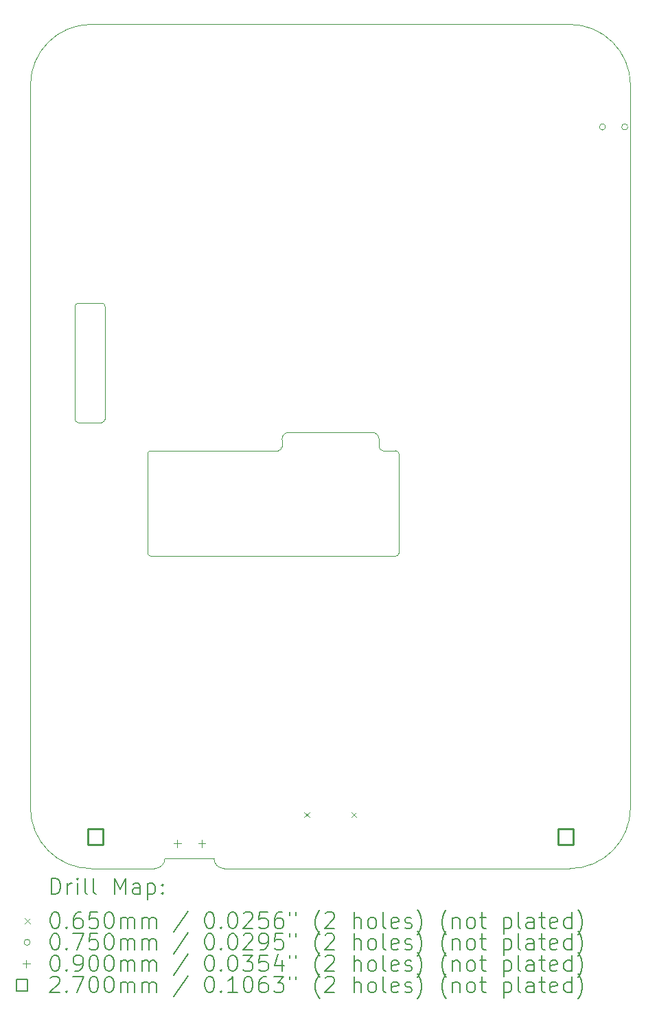
<source format=gbr>
%TF.GenerationSoftware,KiCad,Pcbnew,8.0.4*%
%TF.CreationDate,2024-08-09T22:29:40-04:00*%
%TF.ProjectId,beepy,62656570-792e-46b6-9963-61645f706362,rev?*%
%TF.SameCoordinates,Original*%
%TF.FileFunction,Drillmap*%
%TF.FilePolarity,Positive*%
%FSLAX45Y45*%
G04 Gerber Fmt 4.5, Leading zero omitted, Abs format (unit mm)*
G04 Created by KiCad (PCBNEW 8.0.4) date 2024-08-09 22:29:40*
%MOMM*%
%LPD*%
G01*
G04 APERTURE LIST*
%ADD10C,0.100000*%
%ADD11C,0.200000*%
%ADD12C,0.270000*%
G04 APERTURE END LIST*
D10*
X6854569Y-9333000D02*
G75*
G02*
X6894569Y-9292999I40001J0D01*
G01*
X9954000Y-10552432D02*
G75*
G02*
X9914000Y-10592430I-40000J2D01*
G01*
X6289000Y-7474000D02*
G75*
G02*
X6329000Y-7514000I0J-40000D01*
G01*
X5999000Y-8944000D02*
G75*
G02*
X5959000Y-8904000I0J40000D01*
G01*
X9954000Y-10552432D02*
X9954000Y-9333000D01*
X9759355Y-9292645D02*
G75*
G02*
X9709355Y-9242645I5J50005D01*
G01*
X9914000Y-9293000D02*
G75*
G02*
X9954000Y-9333000I0J-40000D01*
G01*
X9709355Y-9242645D02*
X9709711Y-9153989D01*
X8510011Y-9154711D02*
G75*
G02*
X8598000Y-9066001I88359J351D01*
G01*
X7067612Y-14314612D02*
G75*
G02*
X6942612Y-14439612I-125002J2D01*
G01*
X5409000Y-13690000D02*
X5409000Y-4790000D01*
X6942612Y-14439612D02*
X6159000Y-14440000D01*
X12059000Y-4040000D02*
X6159000Y-4040000D01*
X6329000Y-8904000D02*
G75*
G02*
X6289000Y-8944000I-40000J0D01*
G01*
X8509645Y-9242645D02*
G75*
G02*
X8459645Y-9292645I-50005J5D01*
G01*
X9621000Y-9066000D02*
X8598000Y-9066000D01*
X6854569Y-9333000D02*
X6854569Y-10552431D01*
X9621000Y-9066000D02*
G75*
G02*
X9709720Y-9153989I360J-88360D01*
G01*
X12059000Y-14440000D02*
X7796388Y-14439612D01*
X6289000Y-7474000D02*
X6000000Y-7474000D01*
X6329000Y-7514000D02*
X6329000Y-8904000D01*
X7671388Y-14314612D02*
X7067612Y-14314612D01*
X6289000Y-8944000D02*
X5999000Y-8944000D01*
X9914000Y-9293000D02*
X9759355Y-9292645D01*
X6894569Y-10592432D02*
G75*
G02*
X6854568Y-10552431I1J40002D01*
G01*
X12809000Y-13690000D02*
G75*
G02*
X12059000Y-14440000I-750000J0D01*
G01*
X12059000Y-4040000D02*
G75*
G02*
X12809000Y-4790000I0J-750000D01*
G01*
X6894569Y-10592432D02*
X9914000Y-10592431D01*
X5959000Y-7514000D02*
G75*
G02*
X6000000Y-7474000I40500J-500D01*
G01*
X5409000Y-4790000D02*
G75*
G02*
X6159000Y-4040000I750000J0D01*
G01*
X12809000Y-4790000D02*
X12809000Y-13690000D01*
X6159000Y-14440000D02*
G75*
G02*
X5409000Y-13690000I0J750000D01*
G01*
X7796388Y-14439612D02*
G75*
G02*
X7671388Y-14314612I2J125002D01*
G01*
X8510011Y-9154711D02*
X8509645Y-9242645D01*
X5959000Y-7514000D02*
X5959000Y-8904000D01*
X8459645Y-9292645D02*
X6894569Y-9293000D01*
D11*
D10*
X8787500Y-13743500D02*
X8852500Y-13808500D01*
X8852500Y-13743500D02*
X8787500Y-13808500D01*
X9365500Y-13743500D02*
X9430500Y-13808500D01*
X9430500Y-13743500D02*
X9365500Y-13808500D01*
X12501000Y-5303000D02*
G75*
G02*
X12426000Y-5303000I-37500J0D01*
G01*
X12426000Y-5303000D02*
G75*
G02*
X12501000Y-5303000I37500J0D01*
G01*
X12776000Y-5303000D02*
G75*
G02*
X12701000Y-5303000I-37500J0D01*
G01*
X12701000Y-5303000D02*
G75*
G02*
X12776000Y-5303000I37500J0D01*
G01*
X7222000Y-14086000D02*
X7222000Y-14176000D01*
X7177000Y-14131000D02*
X7267000Y-14131000D01*
X7522000Y-14086000D02*
X7522000Y-14176000D01*
X7477000Y-14131000D02*
X7567000Y-14131000D01*
D12*
X6305460Y-14145460D02*
X6305460Y-13954540D01*
X6114540Y-13954540D01*
X6114540Y-14145460D01*
X6305460Y-14145460D01*
X12105460Y-14145460D02*
X12105460Y-13954540D01*
X11914540Y-13954540D01*
X11914540Y-14145460D01*
X12105460Y-14145460D01*
D11*
X5664777Y-14756484D02*
X5664777Y-14556484D01*
X5664777Y-14556484D02*
X5712396Y-14556484D01*
X5712396Y-14556484D02*
X5740967Y-14566008D01*
X5740967Y-14566008D02*
X5760015Y-14585055D01*
X5760015Y-14585055D02*
X5769539Y-14604103D01*
X5769539Y-14604103D02*
X5779062Y-14642198D01*
X5779062Y-14642198D02*
X5779062Y-14670769D01*
X5779062Y-14670769D02*
X5769539Y-14708865D01*
X5769539Y-14708865D02*
X5760015Y-14727912D01*
X5760015Y-14727912D02*
X5740967Y-14746960D01*
X5740967Y-14746960D02*
X5712396Y-14756484D01*
X5712396Y-14756484D02*
X5664777Y-14756484D01*
X5864777Y-14756484D02*
X5864777Y-14623150D01*
X5864777Y-14661246D02*
X5874301Y-14642198D01*
X5874301Y-14642198D02*
X5883824Y-14632674D01*
X5883824Y-14632674D02*
X5902872Y-14623150D01*
X5902872Y-14623150D02*
X5921920Y-14623150D01*
X5988586Y-14756484D02*
X5988586Y-14623150D01*
X5988586Y-14556484D02*
X5979062Y-14566008D01*
X5979062Y-14566008D02*
X5988586Y-14575531D01*
X5988586Y-14575531D02*
X5998110Y-14566008D01*
X5998110Y-14566008D02*
X5988586Y-14556484D01*
X5988586Y-14556484D02*
X5988586Y-14575531D01*
X6112396Y-14756484D02*
X6093348Y-14746960D01*
X6093348Y-14746960D02*
X6083824Y-14727912D01*
X6083824Y-14727912D02*
X6083824Y-14556484D01*
X6217158Y-14756484D02*
X6198110Y-14746960D01*
X6198110Y-14746960D02*
X6188586Y-14727912D01*
X6188586Y-14727912D02*
X6188586Y-14556484D01*
X6445729Y-14756484D02*
X6445729Y-14556484D01*
X6445729Y-14556484D02*
X6512396Y-14699341D01*
X6512396Y-14699341D02*
X6579062Y-14556484D01*
X6579062Y-14556484D02*
X6579062Y-14756484D01*
X6760015Y-14756484D02*
X6760015Y-14651722D01*
X6760015Y-14651722D02*
X6750491Y-14632674D01*
X6750491Y-14632674D02*
X6731443Y-14623150D01*
X6731443Y-14623150D02*
X6693348Y-14623150D01*
X6693348Y-14623150D02*
X6674301Y-14632674D01*
X6760015Y-14746960D02*
X6740967Y-14756484D01*
X6740967Y-14756484D02*
X6693348Y-14756484D01*
X6693348Y-14756484D02*
X6674301Y-14746960D01*
X6674301Y-14746960D02*
X6664777Y-14727912D01*
X6664777Y-14727912D02*
X6664777Y-14708865D01*
X6664777Y-14708865D02*
X6674301Y-14689817D01*
X6674301Y-14689817D02*
X6693348Y-14680293D01*
X6693348Y-14680293D02*
X6740967Y-14680293D01*
X6740967Y-14680293D02*
X6760015Y-14670769D01*
X6855253Y-14623150D02*
X6855253Y-14823150D01*
X6855253Y-14632674D02*
X6874301Y-14623150D01*
X6874301Y-14623150D02*
X6912396Y-14623150D01*
X6912396Y-14623150D02*
X6931443Y-14632674D01*
X6931443Y-14632674D02*
X6940967Y-14642198D01*
X6940967Y-14642198D02*
X6950491Y-14661246D01*
X6950491Y-14661246D02*
X6950491Y-14718388D01*
X6950491Y-14718388D02*
X6940967Y-14737436D01*
X6940967Y-14737436D02*
X6931443Y-14746960D01*
X6931443Y-14746960D02*
X6912396Y-14756484D01*
X6912396Y-14756484D02*
X6874301Y-14756484D01*
X6874301Y-14756484D02*
X6855253Y-14746960D01*
X7036205Y-14737436D02*
X7045729Y-14746960D01*
X7045729Y-14746960D02*
X7036205Y-14756484D01*
X7036205Y-14756484D02*
X7026682Y-14746960D01*
X7026682Y-14746960D02*
X7036205Y-14737436D01*
X7036205Y-14737436D02*
X7036205Y-14756484D01*
X7036205Y-14632674D02*
X7045729Y-14642198D01*
X7045729Y-14642198D02*
X7036205Y-14651722D01*
X7036205Y-14651722D02*
X7026682Y-14642198D01*
X7026682Y-14642198D02*
X7036205Y-14632674D01*
X7036205Y-14632674D02*
X7036205Y-14651722D01*
D10*
X5339000Y-15052500D02*
X5404000Y-15117500D01*
X5404000Y-15052500D02*
X5339000Y-15117500D01*
D11*
X5702872Y-14976484D02*
X5721920Y-14976484D01*
X5721920Y-14976484D02*
X5740967Y-14986008D01*
X5740967Y-14986008D02*
X5750491Y-14995531D01*
X5750491Y-14995531D02*
X5760015Y-15014579D01*
X5760015Y-15014579D02*
X5769539Y-15052674D01*
X5769539Y-15052674D02*
X5769539Y-15100293D01*
X5769539Y-15100293D02*
X5760015Y-15138388D01*
X5760015Y-15138388D02*
X5750491Y-15157436D01*
X5750491Y-15157436D02*
X5740967Y-15166960D01*
X5740967Y-15166960D02*
X5721920Y-15176484D01*
X5721920Y-15176484D02*
X5702872Y-15176484D01*
X5702872Y-15176484D02*
X5683824Y-15166960D01*
X5683824Y-15166960D02*
X5674301Y-15157436D01*
X5674301Y-15157436D02*
X5664777Y-15138388D01*
X5664777Y-15138388D02*
X5655253Y-15100293D01*
X5655253Y-15100293D02*
X5655253Y-15052674D01*
X5655253Y-15052674D02*
X5664777Y-15014579D01*
X5664777Y-15014579D02*
X5674301Y-14995531D01*
X5674301Y-14995531D02*
X5683824Y-14986008D01*
X5683824Y-14986008D02*
X5702872Y-14976484D01*
X5855253Y-15157436D02*
X5864777Y-15166960D01*
X5864777Y-15166960D02*
X5855253Y-15176484D01*
X5855253Y-15176484D02*
X5845729Y-15166960D01*
X5845729Y-15166960D02*
X5855253Y-15157436D01*
X5855253Y-15157436D02*
X5855253Y-15176484D01*
X6036205Y-14976484D02*
X5998110Y-14976484D01*
X5998110Y-14976484D02*
X5979062Y-14986008D01*
X5979062Y-14986008D02*
X5969539Y-14995531D01*
X5969539Y-14995531D02*
X5950491Y-15024103D01*
X5950491Y-15024103D02*
X5940967Y-15062198D01*
X5940967Y-15062198D02*
X5940967Y-15138388D01*
X5940967Y-15138388D02*
X5950491Y-15157436D01*
X5950491Y-15157436D02*
X5960015Y-15166960D01*
X5960015Y-15166960D02*
X5979062Y-15176484D01*
X5979062Y-15176484D02*
X6017158Y-15176484D01*
X6017158Y-15176484D02*
X6036205Y-15166960D01*
X6036205Y-15166960D02*
X6045729Y-15157436D01*
X6045729Y-15157436D02*
X6055253Y-15138388D01*
X6055253Y-15138388D02*
X6055253Y-15090769D01*
X6055253Y-15090769D02*
X6045729Y-15071722D01*
X6045729Y-15071722D02*
X6036205Y-15062198D01*
X6036205Y-15062198D02*
X6017158Y-15052674D01*
X6017158Y-15052674D02*
X5979062Y-15052674D01*
X5979062Y-15052674D02*
X5960015Y-15062198D01*
X5960015Y-15062198D02*
X5950491Y-15071722D01*
X5950491Y-15071722D02*
X5940967Y-15090769D01*
X6236205Y-14976484D02*
X6140967Y-14976484D01*
X6140967Y-14976484D02*
X6131443Y-15071722D01*
X6131443Y-15071722D02*
X6140967Y-15062198D01*
X6140967Y-15062198D02*
X6160015Y-15052674D01*
X6160015Y-15052674D02*
X6207634Y-15052674D01*
X6207634Y-15052674D02*
X6226682Y-15062198D01*
X6226682Y-15062198D02*
X6236205Y-15071722D01*
X6236205Y-15071722D02*
X6245729Y-15090769D01*
X6245729Y-15090769D02*
X6245729Y-15138388D01*
X6245729Y-15138388D02*
X6236205Y-15157436D01*
X6236205Y-15157436D02*
X6226682Y-15166960D01*
X6226682Y-15166960D02*
X6207634Y-15176484D01*
X6207634Y-15176484D02*
X6160015Y-15176484D01*
X6160015Y-15176484D02*
X6140967Y-15166960D01*
X6140967Y-15166960D02*
X6131443Y-15157436D01*
X6369539Y-14976484D02*
X6388586Y-14976484D01*
X6388586Y-14976484D02*
X6407634Y-14986008D01*
X6407634Y-14986008D02*
X6417158Y-14995531D01*
X6417158Y-14995531D02*
X6426682Y-15014579D01*
X6426682Y-15014579D02*
X6436205Y-15052674D01*
X6436205Y-15052674D02*
X6436205Y-15100293D01*
X6436205Y-15100293D02*
X6426682Y-15138388D01*
X6426682Y-15138388D02*
X6417158Y-15157436D01*
X6417158Y-15157436D02*
X6407634Y-15166960D01*
X6407634Y-15166960D02*
X6388586Y-15176484D01*
X6388586Y-15176484D02*
X6369539Y-15176484D01*
X6369539Y-15176484D02*
X6350491Y-15166960D01*
X6350491Y-15166960D02*
X6340967Y-15157436D01*
X6340967Y-15157436D02*
X6331443Y-15138388D01*
X6331443Y-15138388D02*
X6321920Y-15100293D01*
X6321920Y-15100293D02*
X6321920Y-15052674D01*
X6321920Y-15052674D02*
X6331443Y-15014579D01*
X6331443Y-15014579D02*
X6340967Y-14995531D01*
X6340967Y-14995531D02*
X6350491Y-14986008D01*
X6350491Y-14986008D02*
X6369539Y-14976484D01*
X6521920Y-15176484D02*
X6521920Y-15043150D01*
X6521920Y-15062198D02*
X6531443Y-15052674D01*
X6531443Y-15052674D02*
X6550491Y-15043150D01*
X6550491Y-15043150D02*
X6579063Y-15043150D01*
X6579063Y-15043150D02*
X6598110Y-15052674D01*
X6598110Y-15052674D02*
X6607634Y-15071722D01*
X6607634Y-15071722D02*
X6607634Y-15176484D01*
X6607634Y-15071722D02*
X6617158Y-15052674D01*
X6617158Y-15052674D02*
X6636205Y-15043150D01*
X6636205Y-15043150D02*
X6664777Y-15043150D01*
X6664777Y-15043150D02*
X6683824Y-15052674D01*
X6683824Y-15052674D02*
X6693348Y-15071722D01*
X6693348Y-15071722D02*
X6693348Y-15176484D01*
X6788586Y-15176484D02*
X6788586Y-15043150D01*
X6788586Y-15062198D02*
X6798110Y-15052674D01*
X6798110Y-15052674D02*
X6817158Y-15043150D01*
X6817158Y-15043150D02*
X6845729Y-15043150D01*
X6845729Y-15043150D02*
X6864777Y-15052674D01*
X6864777Y-15052674D02*
X6874301Y-15071722D01*
X6874301Y-15071722D02*
X6874301Y-15176484D01*
X6874301Y-15071722D02*
X6883824Y-15052674D01*
X6883824Y-15052674D02*
X6902872Y-15043150D01*
X6902872Y-15043150D02*
X6931443Y-15043150D01*
X6931443Y-15043150D02*
X6950491Y-15052674D01*
X6950491Y-15052674D02*
X6960015Y-15071722D01*
X6960015Y-15071722D02*
X6960015Y-15176484D01*
X7350491Y-14966960D02*
X7179063Y-15224103D01*
X7607634Y-14976484D02*
X7626682Y-14976484D01*
X7626682Y-14976484D02*
X7645729Y-14986008D01*
X7645729Y-14986008D02*
X7655253Y-14995531D01*
X7655253Y-14995531D02*
X7664777Y-15014579D01*
X7664777Y-15014579D02*
X7674301Y-15052674D01*
X7674301Y-15052674D02*
X7674301Y-15100293D01*
X7674301Y-15100293D02*
X7664777Y-15138388D01*
X7664777Y-15138388D02*
X7655253Y-15157436D01*
X7655253Y-15157436D02*
X7645729Y-15166960D01*
X7645729Y-15166960D02*
X7626682Y-15176484D01*
X7626682Y-15176484D02*
X7607634Y-15176484D01*
X7607634Y-15176484D02*
X7588586Y-15166960D01*
X7588586Y-15166960D02*
X7579063Y-15157436D01*
X7579063Y-15157436D02*
X7569539Y-15138388D01*
X7569539Y-15138388D02*
X7560015Y-15100293D01*
X7560015Y-15100293D02*
X7560015Y-15052674D01*
X7560015Y-15052674D02*
X7569539Y-15014579D01*
X7569539Y-15014579D02*
X7579063Y-14995531D01*
X7579063Y-14995531D02*
X7588586Y-14986008D01*
X7588586Y-14986008D02*
X7607634Y-14976484D01*
X7760015Y-15157436D02*
X7769539Y-15166960D01*
X7769539Y-15166960D02*
X7760015Y-15176484D01*
X7760015Y-15176484D02*
X7750491Y-15166960D01*
X7750491Y-15166960D02*
X7760015Y-15157436D01*
X7760015Y-15157436D02*
X7760015Y-15176484D01*
X7893348Y-14976484D02*
X7912396Y-14976484D01*
X7912396Y-14976484D02*
X7931444Y-14986008D01*
X7931444Y-14986008D02*
X7940967Y-14995531D01*
X7940967Y-14995531D02*
X7950491Y-15014579D01*
X7950491Y-15014579D02*
X7960015Y-15052674D01*
X7960015Y-15052674D02*
X7960015Y-15100293D01*
X7960015Y-15100293D02*
X7950491Y-15138388D01*
X7950491Y-15138388D02*
X7940967Y-15157436D01*
X7940967Y-15157436D02*
X7931444Y-15166960D01*
X7931444Y-15166960D02*
X7912396Y-15176484D01*
X7912396Y-15176484D02*
X7893348Y-15176484D01*
X7893348Y-15176484D02*
X7874301Y-15166960D01*
X7874301Y-15166960D02*
X7864777Y-15157436D01*
X7864777Y-15157436D02*
X7855253Y-15138388D01*
X7855253Y-15138388D02*
X7845729Y-15100293D01*
X7845729Y-15100293D02*
X7845729Y-15052674D01*
X7845729Y-15052674D02*
X7855253Y-15014579D01*
X7855253Y-15014579D02*
X7864777Y-14995531D01*
X7864777Y-14995531D02*
X7874301Y-14986008D01*
X7874301Y-14986008D02*
X7893348Y-14976484D01*
X8036206Y-14995531D02*
X8045729Y-14986008D01*
X8045729Y-14986008D02*
X8064777Y-14976484D01*
X8064777Y-14976484D02*
X8112396Y-14976484D01*
X8112396Y-14976484D02*
X8131444Y-14986008D01*
X8131444Y-14986008D02*
X8140967Y-14995531D01*
X8140967Y-14995531D02*
X8150491Y-15014579D01*
X8150491Y-15014579D02*
X8150491Y-15033627D01*
X8150491Y-15033627D02*
X8140967Y-15062198D01*
X8140967Y-15062198D02*
X8026682Y-15176484D01*
X8026682Y-15176484D02*
X8150491Y-15176484D01*
X8331444Y-14976484D02*
X8236206Y-14976484D01*
X8236206Y-14976484D02*
X8226682Y-15071722D01*
X8226682Y-15071722D02*
X8236206Y-15062198D01*
X8236206Y-15062198D02*
X8255253Y-15052674D01*
X8255253Y-15052674D02*
X8302872Y-15052674D01*
X8302872Y-15052674D02*
X8321920Y-15062198D01*
X8321920Y-15062198D02*
X8331444Y-15071722D01*
X8331444Y-15071722D02*
X8340967Y-15090769D01*
X8340967Y-15090769D02*
X8340967Y-15138388D01*
X8340967Y-15138388D02*
X8331444Y-15157436D01*
X8331444Y-15157436D02*
X8321920Y-15166960D01*
X8321920Y-15166960D02*
X8302872Y-15176484D01*
X8302872Y-15176484D02*
X8255253Y-15176484D01*
X8255253Y-15176484D02*
X8236206Y-15166960D01*
X8236206Y-15166960D02*
X8226682Y-15157436D01*
X8512396Y-14976484D02*
X8474301Y-14976484D01*
X8474301Y-14976484D02*
X8455253Y-14986008D01*
X8455253Y-14986008D02*
X8445729Y-14995531D01*
X8445729Y-14995531D02*
X8426682Y-15024103D01*
X8426682Y-15024103D02*
X8417158Y-15062198D01*
X8417158Y-15062198D02*
X8417158Y-15138388D01*
X8417158Y-15138388D02*
X8426682Y-15157436D01*
X8426682Y-15157436D02*
X8436206Y-15166960D01*
X8436206Y-15166960D02*
X8455253Y-15176484D01*
X8455253Y-15176484D02*
X8493349Y-15176484D01*
X8493349Y-15176484D02*
X8512396Y-15166960D01*
X8512396Y-15166960D02*
X8521920Y-15157436D01*
X8521920Y-15157436D02*
X8531444Y-15138388D01*
X8531444Y-15138388D02*
X8531444Y-15090769D01*
X8531444Y-15090769D02*
X8521920Y-15071722D01*
X8521920Y-15071722D02*
X8512396Y-15062198D01*
X8512396Y-15062198D02*
X8493349Y-15052674D01*
X8493349Y-15052674D02*
X8455253Y-15052674D01*
X8455253Y-15052674D02*
X8436206Y-15062198D01*
X8436206Y-15062198D02*
X8426682Y-15071722D01*
X8426682Y-15071722D02*
X8417158Y-15090769D01*
X8607634Y-14976484D02*
X8607634Y-15014579D01*
X8683825Y-14976484D02*
X8683825Y-15014579D01*
X8979063Y-15252674D02*
X8969539Y-15243150D01*
X8969539Y-15243150D02*
X8950491Y-15214579D01*
X8950491Y-15214579D02*
X8940968Y-15195531D01*
X8940968Y-15195531D02*
X8931444Y-15166960D01*
X8931444Y-15166960D02*
X8921920Y-15119341D01*
X8921920Y-15119341D02*
X8921920Y-15081246D01*
X8921920Y-15081246D02*
X8931444Y-15033627D01*
X8931444Y-15033627D02*
X8940968Y-15005055D01*
X8940968Y-15005055D02*
X8950491Y-14986008D01*
X8950491Y-14986008D02*
X8969539Y-14957436D01*
X8969539Y-14957436D02*
X8979063Y-14947912D01*
X9045730Y-14995531D02*
X9055253Y-14986008D01*
X9055253Y-14986008D02*
X9074301Y-14976484D01*
X9074301Y-14976484D02*
X9121920Y-14976484D01*
X9121920Y-14976484D02*
X9140968Y-14986008D01*
X9140968Y-14986008D02*
X9150491Y-14995531D01*
X9150491Y-14995531D02*
X9160015Y-15014579D01*
X9160015Y-15014579D02*
X9160015Y-15033627D01*
X9160015Y-15033627D02*
X9150491Y-15062198D01*
X9150491Y-15062198D02*
X9036206Y-15176484D01*
X9036206Y-15176484D02*
X9160015Y-15176484D01*
X9398111Y-15176484D02*
X9398111Y-14976484D01*
X9483825Y-15176484D02*
X9483825Y-15071722D01*
X9483825Y-15071722D02*
X9474301Y-15052674D01*
X9474301Y-15052674D02*
X9455253Y-15043150D01*
X9455253Y-15043150D02*
X9426682Y-15043150D01*
X9426682Y-15043150D02*
X9407634Y-15052674D01*
X9407634Y-15052674D02*
X9398111Y-15062198D01*
X9607634Y-15176484D02*
X9588587Y-15166960D01*
X9588587Y-15166960D02*
X9579063Y-15157436D01*
X9579063Y-15157436D02*
X9569539Y-15138388D01*
X9569539Y-15138388D02*
X9569539Y-15081246D01*
X9569539Y-15081246D02*
X9579063Y-15062198D01*
X9579063Y-15062198D02*
X9588587Y-15052674D01*
X9588587Y-15052674D02*
X9607634Y-15043150D01*
X9607634Y-15043150D02*
X9636206Y-15043150D01*
X9636206Y-15043150D02*
X9655253Y-15052674D01*
X9655253Y-15052674D02*
X9664777Y-15062198D01*
X9664777Y-15062198D02*
X9674301Y-15081246D01*
X9674301Y-15081246D02*
X9674301Y-15138388D01*
X9674301Y-15138388D02*
X9664777Y-15157436D01*
X9664777Y-15157436D02*
X9655253Y-15166960D01*
X9655253Y-15166960D02*
X9636206Y-15176484D01*
X9636206Y-15176484D02*
X9607634Y-15176484D01*
X9788587Y-15176484D02*
X9769539Y-15166960D01*
X9769539Y-15166960D02*
X9760015Y-15147912D01*
X9760015Y-15147912D02*
X9760015Y-14976484D01*
X9940968Y-15166960D02*
X9921920Y-15176484D01*
X9921920Y-15176484D02*
X9883825Y-15176484D01*
X9883825Y-15176484D02*
X9864777Y-15166960D01*
X9864777Y-15166960D02*
X9855253Y-15147912D01*
X9855253Y-15147912D02*
X9855253Y-15071722D01*
X9855253Y-15071722D02*
X9864777Y-15052674D01*
X9864777Y-15052674D02*
X9883825Y-15043150D01*
X9883825Y-15043150D02*
X9921920Y-15043150D01*
X9921920Y-15043150D02*
X9940968Y-15052674D01*
X9940968Y-15052674D02*
X9950492Y-15071722D01*
X9950492Y-15071722D02*
X9950492Y-15090769D01*
X9950492Y-15090769D02*
X9855253Y-15109817D01*
X10026682Y-15166960D02*
X10045730Y-15176484D01*
X10045730Y-15176484D02*
X10083825Y-15176484D01*
X10083825Y-15176484D02*
X10102873Y-15166960D01*
X10102873Y-15166960D02*
X10112396Y-15147912D01*
X10112396Y-15147912D02*
X10112396Y-15138388D01*
X10112396Y-15138388D02*
X10102873Y-15119341D01*
X10102873Y-15119341D02*
X10083825Y-15109817D01*
X10083825Y-15109817D02*
X10055253Y-15109817D01*
X10055253Y-15109817D02*
X10036206Y-15100293D01*
X10036206Y-15100293D02*
X10026682Y-15081246D01*
X10026682Y-15081246D02*
X10026682Y-15071722D01*
X10026682Y-15071722D02*
X10036206Y-15052674D01*
X10036206Y-15052674D02*
X10055253Y-15043150D01*
X10055253Y-15043150D02*
X10083825Y-15043150D01*
X10083825Y-15043150D02*
X10102873Y-15052674D01*
X10179063Y-15252674D02*
X10188587Y-15243150D01*
X10188587Y-15243150D02*
X10207634Y-15214579D01*
X10207634Y-15214579D02*
X10217158Y-15195531D01*
X10217158Y-15195531D02*
X10226682Y-15166960D01*
X10226682Y-15166960D02*
X10236206Y-15119341D01*
X10236206Y-15119341D02*
X10236206Y-15081246D01*
X10236206Y-15081246D02*
X10226682Y-15033627D01*
X10226682Y-15033627D02*
X10217158Y-15005055D01*
X10217158Y-15005055D02*
X10207634Y-14986008D01*
X10207634Y-14986008D02*
X10188587Y-14957436D01*
X10188587Y-14957436D02*
X10179063Y-14947912D01*
X10540968Y-15252674D02*
X10531444Y-15243150D01*
X10531444Y-15243150D02*
X10512396Y-15214579D01*
X10512396Y-15214579D02*
X10502873Y-15195531D01*
X10502873Y-15195531D02*
X10493349Y-15166960D01*
X10493349Y-15166960D02*
X10483825Y-15119341D01*
X10483825Y-15119341D02*
X10483825Y-15081246D01*
X10483825Y-15081246D02*
X10493349Y-15033627D01*
X10493349Y-15033627D02*
X10502873Y-15005055D01*
X10502873Y-15005055D02*
X10512396Y-14986008D01*
X10512396Y-14986008D02*
X10531444Y-14957436D01*
X10531444Y-14957436D02*
X10540968Y-14947912D01*
X10617158Y-15043150D02*
X10617158Y-15176484D01*
X10617158Y-15062198D02*
X10626682Y-15052674D01*
X10626682Y-15052674D02*
X10645730Y-15043150D01*
X10645730Y-15043150D02*
X10674301Y-15043150D01*
X10674301Y-15043150D02*
X10693349Y-15052674D01*
X10693349Y-15052674D02*
X10702873Y-15071722D01*
X10702873Y-15071722D02*
X10702873Y-15176484D01*
X10826682Y-15176484D02*
X10807634Y-15166960D01*
X10807634Y-15166960D02*
X10798111Y-15157436D01*
X10798111Y-15157436D02*
X10788587Y-15138388D01*
X10788587Y-15138388D02*
X10788587Y-15081246D01*
X10788587Y-15081246D02*
X10798111Y-15062198D01*
X10798111Y-15062198D02*
X10807634Y-15052674D01*
X10807634Y-15052674D02*
X10826682Y-15043150D01*
X10826682Y-15043150D02*
X10855254Y-15043150D01*
X10855254Y-15043150D02*
X10874301Y-15052674D01*
X10874301Y-15052674D02*
X10883825Y-15062198D01*
X10883825Y-15062198D02*
X10893349Y-15081246D01*
X10893349Y-15081246D02*
X10893349Y-15138388D01*
X10893349Y-15138388D02*
X10883825Y-15157436D01*
X10883825Y-15157436D02*
X10874301Y-15166960D01*
X10874301Y-15166960D02*
X10855254Y-15176484D01*
X10855254Y-15176484D02*
X10826682Y-15176484D01*
X10950492Y-15043150D02*
X11026682Y-15043150D01*
X10979063Y-14976484D02*
X10979063Y-15147912D01*
X10979063Y-15147912D02*
X10988587Y-15166960D01*
X10988587Y-15166960D02*
X11007634Y-15176484D01*
X11007634Y-15176484D02*
X11026682Y-15176484D01*
X11245730Y-15043150D02*
X11245730Y-15243150D01*
X11245730Y-15052674D02*
X11264777Y-15043150D01*
X11264777Y-15043150D02*
X11302873Y-15043150D01*
X11302873Y-15043150D02*
X11321920Y-15052674D01*
X11321920Y-15052674D02*
X11331444Y-15062198D01*
X11331444Y-15062198D02*
X11340968Y-15081246D01*
X11340968Y-15081246D02*
X11340968Y-15138388D01*
X11340968Y-15138388D02*
X11331444Y-15157436D01*
X11331444Y-15157436D02*
X11321920Y-15166960D01*
X11321920Y-15166960D02*
X11302873Y-15176484D01*
X11302873Y-15176484D02*
X11264777Y-15176484D01*
X11264777Y-15176484D02*
X11245730Y-15166960D01*
X11455253Y-15176484D02*
X11436206Y-15166960D01*
X11436206Y-15166960D02*
X11426682Y-15147912D01*
X11426682Y-15147912D02*
X11426682Y-14976484D01*
X11617158Y-15176484D02*
X11617158Y-15071722D01*
X11617158Y-15071722D02*
X11607634Y-15052674D01*
X11607634Y-15052674D02*
X11588587Y-15043150D01*
X11588587Y-15043150D02*
X11550492Y-15043150D01*
X11550492Y-15043150D02*
X11531444Y-15052674D01*
X11617158Y-15166960D02*
X11598111Y-15176484D01*
X11598111Y-15176484D02*
X11550492Y-15176484D01*
X11550492Y-15176484D02*
X11531444Y-15166960D01*
X11531444Y-15166960D02*
X11521920Y-15147912D01*
X11521920Y-15147912D02*
X11521920Y-15128865D01*
X11521920Y-15128865D02*
X11531444Y-15109817D01*
X11531444Y-15109817D02*
X11550492Y-15100293D01*
X11550492Y-15100293D02*
X11598111Y-15100293D01*
X11598111Y-15100293D02*
X11617158Y-15090769D01*
X11683825Y-15043150D02*
X11760015Y-15043150D01*
X11712396Y-14976484D02*
X11712396Y-15147912D01*
X11712396Y-15147912D02*
X11721920Y-15166960D01*
X11721920Y-15166960D02*
X11740968Y-15176484D01*
X11740968Y-15176484D02*
X11760015Y-15176484D01*
X11902873Y-15166960D02*
X11883825Y-15176484D01*
X11883825Y-15176484D02*
X11845730Y-15176484D01*
X11845730Y-15176484D02*
X11826682Y-15166960D01*
X11826682Y-15166960D02*
X11817158Y-15147912D01*
X11817158Y-15147912D02*
X11817158Y-15071722D01*
X11817158Y-15071722D02*
X11826682Y-15052674D01*
X11826682Y-15052674D02*
X11845730Y-15043150D01*
X11845730Y-15043150D02*
X11883825Y-15043150D01*
X11883825Y-15043150D02*
X11902873Y-15052674D01*
X11902873Y-15052674D02*
X11912396Y-15071722D01*
X11912396Y-15071722D02*
X11912396Y-15090769D01*
X11912396Y-15090769D02*
X11817158Y-15109817D01*
X12083825Y-15176484D02*
X12083825Y-14976484D01*
X12083825Y-15166960D02*
X12064777Y-15176484D01*
X12064777Y-15176484D02*
X12026682Y-15176484D01*
X12026682Y-15176484D02*
X12007634Y-15166960D01*
X12007634Y-15166960D02*
X11998111Y-15157436D01*
X11998111Y-15157436D02*
X11988587Y-15138388D01*
X11988587Y-15138388D02*
X11988587Y-15081246D01*
X11988587Y-15081246D02*
X11998111Y-15062198D01*
X11998111Y-15062198D02*
X12007634Y-15052674D01*
X12007634Y-15052674D02*
X12026682Y-15043150D01*
X12026682Y-15043150D02*
X12064777Y-15043150D01*
X12064777Y-15043150D02*
X12083825Y-15052674D01*
X12160015Y-15252674D02*
X12169539Y-15243150D01*
X12169539Y-15243150D02*
X12188587Y-15214579D01*
X12188587Y-15214579D02*
X12198111Y-15195531D01*
X12198111Y-15195531D02*
X12207634Y-15166960D01*
X12207634Y-15166960D02*
X12217158Y-15119341D01*
X12217158Y-15119341D02*
X12217158Y-15081246D01*
X12217158Y-15081246D02*
X12207634Y-15033627D01*
X12207634Y-15033627D02*
X12198111Y-15005055D01*
X12198111Y-15005055D02*
X12188587Y-14986008D01*
X12188587Y-14986008D02*
X12169539Y-14957436D01*
X12169539Y-14957436D02*
X12160015Y-14947912D01*
D10*
X5404000Y-15349000D02*
G75*
G02*
X5329000Y-15349000I-37500J0D01*
G01*
X5329000Y-15349000D02*
G75*
G02*
X5404000Y-15349000I37500J0D01*
G01*
D11*
X5702872Y-15240484D02*
X5721920Y-15240484D01*
X5721920Y-15240484D02*
X5740967Y-15250008D01*
X5740967Y-15250008D02*
X5750491Y-15259531D01*
X5750491Y-15259531D02*
X5760015Y-15278579D01*
X5760015Y-15278579D02*
X5769539Y-15316674D01*
X5769539Y-15316674D02*
X5769539Y-15364293D01*
X5769539Y-15364293D02*
X5760015Y-15402388D01*
X5760015Y-15402388D02*
X5750491Y-15421436D01*
X5750491Y-15421436D02*
X5740967Y-15430960D01*
X5740967Y-15430960D02*
X5721920Y-15440484D01*
X5721920Y-15440484D02*
X5702872Y-15440484D01*
X5702872Y-15440484D02*
X5683824Y-15430960D01*
X5683824Y-15430960D02*
X5674301Y-15421436D01*
X5674301Y-15421436D02*
X5664777Y-15402388D01*
X5664777Y-15402388D02*
X5655253Y-15364293D01*
X5655253Y-15364293D02*
X5655253Y-15316674D01*
X5655253Y-15316674D02*
X5664777Y-15278579D01*
X5664777Y-15278579D02*
X5674301Y-15259531D01*
X5674301Y-15259531D02*
X5683824Y-15250008D01*
X5683824Y-15250008D02*
X5702872Y-15240484D01*
X5855253Y-15421436D02*
X5864777Y-15430960D01*
X5864777Y-15430960D02*
X5855253Y-15440484D01*
X5855253Y-15440484D02*
X5845729Y-15430960D01*
X5845729Y-15430960D02*
X5855253Y-15421436D01*
X5855253Y-15421436D02*
X5855253Y-15440484D01*
X5931443Y-15240484D02*
X6064777Y-15240484D01*
X6064777Y-15240484D02*
X5979062Y-15440484D01*
X6236205Y-15240484D02*
X6140967Y-15240484D01*
X6140967Y-15240484D02*
X6131443Y-15335722D01*
X6131443Y-15335722D02*
X6140967Y-15326198D01*
X6140967Y-15326198D02*
X6160015Y-15316674D01*
X6160015Y-15316674D02*
X6207634Y-15316674D01*
X6207634Y-15316674D02*
X6226682Y-15326198D01*
X6226682Y-15326198D02*
X6236205Y-15335722D01*
X6236205Y-15335722D02*
X6245729Y-15354769D01*
X6245729Y-15354769D02*
X6245729Y-15402388D01*
X6245729Y-15402388D02*
X6236205Y-15421436D01*
X6236205Y-15421436D02*
X6226682Y-15430960D01*
X6226682Y-15430960D02*
X6207634Y-15440484D01*
X6207634Y-15440484D02*
X6160015Y-15440484D01*
X6160015Y-15440484D02*
X6140967Y-15430960D01*
X6140967Y-15430960D02*
X6131443Y-15421436D01*
X6369539Y-15240484D02*
X6388586Y-15240484D01*
X6388586Y-15240484D02*
X6407634Y-15250008D01*
X6407634Y-15250008D02*
X6417158Y-15259531D01*
X6417158Y-15259531D02*
X6426682Y-15278579D01*
X6426682Y-15278579D02*
X6436205Y-15316674D01*
X6436205Y-15316674D02*
X6436205Y-15364293D01*
X6436205Y-15364293D02*
X6426682Y-15402388D01*
X6426682Y-15402388D02*
X6417158Y-15421436D01*
X6417158Y-15421436D02*
X6407634Y-15430960D01*
X6407634Y-15430960D02*
X6388586Y-15440484D01*
X6388586Y-15440484D02*
X6369539Y-15440484D01*
X6369539Y-15440484D02*
X6350491Y-15430960D01*
X6350491Y-15430960D02*
X6340967Y-15421436D01*
X6340967Y-15421436D02*
X6331443Y-15402388D01*
X6331443Y-15402388D02*
X6321920Y-15364293D01*
X6321920Y-15364293D02*
X6321920Y-15316674D01*
X6321920Y-15316674D02*
X6331443Y-15278579D01*
X6331443Y-15278579D02*
X6340967Y-15259531D01*
X6340967Y-15259531D02*
X6350491Y-15250008D01*
X6350491Y-15250008D02*
X6369539Y-15240484D01*
X6521920Y-15440484D02*
X6521920Y-15307150D01*
X6521920Y-15326198D02*
X6531443Y-15316674D01*
X6531443Y-15316674D02*
X6550491Y-15307150D01*
X6550491Y-15307150D02*
X6579063Y-15307150D01*
X6579063Y-15307150D02*
X6598110Y-15316674D01*
X6598110Y-15316674D02*
X6607634Y-15335722D01*
X6607634Y-15335722D02*
X6607634Y-15440484D01*
X6607634Y-15335722D02*
X6617158Y-15316674D01*
X6617158Y-15316674D02*
X6636205Y-15307150D01*
X6636205Y-15307150D02*
X6664777Y-15307150D01*
X6664777Y-15307150D02*
X6683824Y-15316674D01*
X6683824Y-15316674D02*
X6693348Y-15335722D01*
X6693348Y-15335722D02*
X6693348Y-15440484D01*
X6788586Y-15440484D02*
X6788586Y-15307150D01*
X6788586Y-15326198D02*
X6798110Y-15316674D01*
X6798110Y-15316674D02*
X6817158Y-15307150D01*
X6817158Y-15307150D02*
X6845729Y-15307150D01*
X6845729Y-15307150D02*
X6864777Y-15316674D01*
X6864777Y-15316674D02*
X6874301Y-15335722D01*
X6874301Y-15335722D02*
X6874301Y-15440484D01*
X6874301Y-15335722D02*
X6883824Y-15316674D01*
X6883824Y-15316674D02*
X6902872Y-15307150D01*
X6902872Y-15307150D02*
X6931443Y-15307150D01*
X6931443Y-15307150D02*
X6950491Y-15316674D01*
X6950491Y-15316674D02*
X6960015Y-15335722D01*
X6960015Y-15335722D02*
X6960015Y-15440484D01*
X7350491Y-15230960D02*
X7179063Y-15488103D01*
X7607634Y-15240484D02*
X7626682Y-15240484D01*
X7626682Y-15240484D02*
X7645729Y-15250008D01*
X7645729Y-15250008D02*
X7655253Y-15259531D01*
X7655253Y-15259531D02*
X7664777Y-15278579D01*
X7664777Y-15278579D02*
X7674301Y-15316674D01*
X7674301Y-15316674D02*
X7674301Y-15364293D01*
X7674301Y-15364293D02*
X7664777Y-15402388D01*
X7664777Y-15402388D02*
X7655253Y-15421436D01*
X7655253Y-15421436D02*
X7645729Y-15430960D01*
X7645729Y-15430960D02*
X7626682Y-15440484D01*
X7626682Y-15440484D02*
X7607634Y-15440484D01*
X7607634Y-15440484D02*
X7588586Y-15430960D01*
X7588586Y-15430960D02*
X7579063Y-15421436D01*
X7579063Y-15421436D02*
X7569539Y-15402388D01*
X7569539Y-15402388D02*
X7560015Y-15364293D01*
X7560015Y-15364293D02*
X7560015Y-15316674D01*
X7560015Y-15316674D02*
X7569539Y-15278579D01*
X7569539Y-15278579D02*
X7579063Y-15259531D01*
X7579063Y-15259531D02*
X7588586Y-15250008D01*
X7588586Y-15250008D02*
X7607634Y-15240484D01*
X7760015Y-15421436D02*
X7769539Y-15430960D01*
X7769539Y-15430960D02*
X7760015Y-15440484D01*
X7760015Y-15440484D02*
X7750491Y-15430960D01*
X7750491Y-15430960D02*
X7760015Y-15421436D01*
X7760015Y-15421436D02*
X7760015Y-15440484D01*
X7893348Y-15240484D02*
X7912396Y-15240484D01*
X7912396Y-15240484D02*
X7931444Y-15250008D01*
X7931444Y-15250008D02*
X7940967Y-15259531D01*
X7940967Y-15259531D02*
X7950491Y-15278579D01*
X7950491Y-15278579D02*
X7960015Y-15316674D01*
X7960015Y-15316674D02*
X7960015Y-15364293D01*
X7960015Y-15364293D02*
X7950491Y-15402388D01*
X7950491Y-15402388D02*
X7940967Y-15421436D01*
X7940967Y-15421436D02*
X7931444Y-15430960D01*
X7931444Y-15430960D02*
X7912396Y-15440484D01*
X7912396Y-15440484D02*
X7893348Y-15440484D01*
X7893348Y-15440484D02*
X7874301Y-15430960D01*
X7874301Y-15430960D02*
X7864777Y-15421436D01*
X7864777Y-15421436D02*
X7855253Y-15402388D01*
X7855253Y-15402388D02*
X7845729Y-15364293D01*
X7845729Y-15364293D02*
X7845729Y-15316674D01*
X7845729Y-15316674D02*
X7855253Y-15278579D01*
X7855253Y-15278579D02*
X7864777Y-15259531D01*
X7864777Y-15259531D02*
X7874301Y-15250008D01*
X7874301Y-15250008D02*
X7893348Y-15240484D01*
X8036206Y-15259531D02*
X8045729Y-15250008D01*
X8045729Y-15250008D02*
X8064777Y-15240484D01*
X8064777Y-15240484D02*
X8112396Y-15240484D01*
X8112396Y-15240484D02*
X8131444Y-15250008D01*
X8131444Y-15250008D02*
X8140967Y-15259531D01*
X8140967Y-15259531D02*
X8150491Y-15278579D01*
X8150491Y-15278579D02*
X8150491Y-15297627D01*
X8150491Y-15297627D02*
X8140967Y-15326198D01*
X8140967Y-15326198D02*
X8026682Y-15440484D01*
X8026682Y-15440484D02*
X8150491Y-15440484D01*
X8245729Y-15440484D02*
X8283825Y-15440484D01*
X8283825Y-15440484D02*
X8302872Y-15430960D01*
X8302872Y-15430960D02*
X8312396Y-15421436D01*
X8312396Y-15421436D02*
X8331444Y-15392865D01*
X8331444Y-15392865D02*
X8340967Y-15354769D01*
X8340967Y-15354769D02*
X8340967Y-15278579D01*
X8340967Y-15278579D02*
X8331444Y-15259531D01*
X8331444Y-15259531D02*
X8321920Y-15250008D01*
X8321920Y-15250008D02*
X8302872Y-15240484D01*
X8302872Y-15240484D02*
X8264777Y-15240484D01*
X8264777Y-15240484D02*
X8245729Y-15250008D01*
X8245729Y-15250008D02*
X8236206Y-15259531D01*
X8236206Y-15259531D02*
X8226682Y-15278579D01*
X8226682Y-15278579D02*
X8226682Y-15326198D01*
X8226682Y-15326198D02*
X8236206Y-15345246D01*
X8236206Y-15345246D02*
X8245729Y-15354769D01*
X8245729Y-15354769D02*
X8264777Y-15364293D01*
X8264777Y-15364293D02*
X8302872Y-15364293D01*
X8302872Y-15364293D02*
X8321920Y-15354769D01*
X8321920Y-15354769D02*
X8331444Y-15345246D01*
X8331444Y-15345246D02*
X8340967Y-15326198D01*
X8521920Y-15240484D02*
X8426682Y-15240484D01*
X8426682Y-15240484D02*
X8417158Y-15335722D01*
X8417158Y-15335722D02*
X8426682Y-15326198D01*
X8426682Y-15326198D02*
X8445729Y-15316674D01*
X8445729Y-15316674D02*
X8493349Y-15316674D01*
X8493349Y-15316674D02*
X8512396Y-15326198D01*
X8512396Y-15326198D02*
X8521920Y-15335722D01*
X8521920Y-15335722D02*
X8531444Y-15354769D01*
X8531444Y-15354769D02*
X8531444Y-15402388D01*
X8531444Y-15402388D02*
X8521920Y-15421436D01*
X8521920Y-15421436D02*
X8512396Y-15430960D01*
X8512396Y-15430960D02*
X8493349Y-15440484D01*
X8493349Y-15440484D02*
X8445729Y-15440484D01*
X8445729Y-15440484D02*
X8426682Y-15430960D01*
X8426682Y-15430960D02*
X8417158Y-15421436D01*
X8607634Y-15240484D02*
X8607634Y-15278579D01*
X8683825Y-15240484D02*
X8683825Y-15278579D01*
X8979063Y-15516674D02*
X8969539Y-15507150D01*
X8969539Y-15507150D02*
X8950491Y-15478579D01*
X8950491Y-15478579D02*
X8940968Y-15459531D01*
X8940968Y-15459531D02*
X8931444Y-15430960D01*
X8931444Y-15430960D02*
X8921920Y-15383341D01*
X8921920Y-15383341D02*
X8921920Y-15345246D01*
X8921920Y-15345246D02*
X8931444Y-15297627D01*
X8931444Y-15297627D02*
X8940968Y-15269055D01*
X8940968Y-15269055D02*
X8950491Y-15250008D01*
X8950491Y-15250008D02*
X8969539Y-15221436D01*
X8969539Y-15221436D02*
X8979063Y-15211912D01*
X9045730Y-15259531D02*
X9055253Y-15250008D01*
X9055253Y-15250008D02*
X9074301Y-15240484D01*
X9074301Y-15240484D02*
X9121920Y-15240484D01*
X9121920Y-15240484D02*
X9140968Y-15250008D01*
X9140968Y-15250008D02*
X9150491Y-15259531D01*
X9150491Y-15259531D02*
X9160015Y-15278579D01*
X9160015Y-15278579D02*
X9160015Y-15297627D01*
X9160015Y-15297627D02*
X9150491Y-15326198D01*
X9150491Y-15326198D02*
X9036206Y-15440484D01*
X9036206Y-15440484D02*
X9160015Y-15440484D01*
X9398111Y-15440484D02*
X9398111Y-15240484D01*
X9483825Y-15440484D02*
X9483825Y-15335722D01*
X9483825Y-15335722D02*
X9474301Y-15316674D01*
X9474301Y-15316674D02*
X9455253Y-15307150D01*
X9455253Y-15307150D02*
X9426682Y-15307150D01*
X9426682Y-15307150D02*
X9407634Y-15316674D01*
X9407634Y-15316674D02*
X9398111Y-15326198D01*
X9607634Y-15440484D02*
X9588587Y-15430960D01*
X9588587Y-15430960D02*
X9579063Y-15421436D01*
X9579063Y-15421436D02*
X9569539Y-15402388D01*
X9569539Y-15402388D02*
X9569539Y-15345246D01*
X9569539Y-15345246D02*
X9579063Y-15326198D01*
X9579063Y-15326198D02*
X9588587Y-15316674D01*
X9588587Y-15316674D02*
X9607634Y-15307150D01*
X9607634Y-15307150D02*
X9636206Y-15307150D01*
X9636206Y-15307150D02*
X9655253Y-15316674D01*
X9655253Y-15316674D02*
X9664777Y-15326198D01*
X9664777Y-15326198D02*
X9674301Y-15345246D01*
X9674301Y-15345246D02*
X9674301Y-15402388D01*
X9674301Y-15402388D02*
X9664777Y-15421436D01*
X9664777Y-15421436D02*
X9655253Y-15430960D01*
X9655253Y-15430960D02*
X9636206Y-15440484D01*
X9636206Y-15440484D02*
X9607634Y-15440484D01*
X9788587Y-15440484D02*
X9769539Y-15430960D01*
X9769539Y-15430960D02*
X9760015Y-15411912D01*
X9760015Y-15411912D02*
X9760015Y-15240484D01*
X9940968Y-15430960D02*
X9921920Y-15440484D01*
X9921920Y-15440484D02*
X9883825Y-15440484D01*
X9883825Y-15440484D02*
X9864777Y-15430960D01*
X9864777Y-15430960D02*
X9855253Y-15411912D01*
X9855253Y-15411912D02*
X9855253Y-15335722D01*
X9855253Y-15335722D02*
X9864777Y-15316674D01*
X9864777Y-15316674D02*
X9883825Y-15307150D01*
X9883825Y-15307150D02*
X9921920Y-15307150D01*
X9921920Y-15307150D02*
X9940968Y-15316674D01*
X9940968Y-15316674D02*
X9950492Y-15335722D01*
X9950492Y-15335722D02*
X9950492Y-15354769D01*
X9950492Y-15354769D02*
X9855253Y-15373817D01*
X10026682Y-15430960D02*
X10045730Y-15440484D01*
X10045730Y-15440484D02*
X10083825Y-15440484D01*
X10083825Y-15440484D02*
X10102873Y-15430960D01*
X10102873Y-15430960D02*
X10112396Y-15411912D01*
X10112396Y-15411912D02*
X10112396Y-15402388D01*
X10112396Y-15402388D02*
X10102873Y-15383341D01*
X10102873Y-15383341D02*
X10083825Y-15373817D01*
X10083825Y-15373817D02*
X10055253Y-15373817D01*
X10055253Y-15373817D02*
X10036206Y-15364293D01*
X10036206Y-15364293D02*
X10026682Y-15345246D01*
X10026682Y-15345246D02*
X10026682Y-15335722D01*
X10026682Y-15335722D02*
X10036206Y-15316674D01*
X10036206Y-15316674D02*
X10055253Y-15307150D01*
X10055253Y-15307150D02*
X10083825Y-15307150D01*
X10083825Y-15307150D02*
X10102873Y-15316674D01*
X10179063Y-15516674D02*
X10188587Y-15507150D01*
X10188587Y-15507150D02*
X10207634Y-15478579D01*
X10207634Y-15478579D02*
X10217158Y-15459531D01*
X10217158Y-15459531D02*
X10226682Y-15430960D01*
X10226682Y-15430960D02*
X10236206Y-15383341D01*
X10236206Y-15383341D02*
X10236206Y-15345246D01*
X10236206Y-15345246D02*
X10226682Y-15297627D01*
X10226682Y-15297627D02*
X10217158Y-15269055D01*
X10217158Y-15269055D02*
X10207634Y-15250008D01*
X10207634Y-15250008D02*
X10188587Y-15221436D01*
X10188587Y-15221436D02*
X10179063Y-15211912D01*
X10540968Y-15516674D02*
X10531444Y-15507150D01*
X10531444Y-15507150D02*
X10512396Y-15478579D01*
X10512396Y-15478579D02*
X10502873Y-15459531D01*
X10502873Y-15459531D02*
X10493349Y-15430960D01*
X10493349Y-15430960D02*
X10483825Y-15383341D01*
X10483825Y-15383341D02*
X10483825Y-15345246D01*
X10483825Y-15345246D02*
X10493349Y-15297627D01*
X10493349Y-15297627D02*
X10502873Y-15269055D01*
X10502873Y-15269055D02*
X10512396Y-15250008D01*
X10512396Y-15250008D02*
X10531444Y-15221436D01*
X10531444Y-15221436D02*
X10540968Y-15211912D01*
X10617158Y-15307150D02*
X10617158Y-15440484D01*
X10617158Y-15326198D02*
X10626682Y-15316674D01*
X10626682Y-15316674D02*
X10645730Y-15307150D01*
X10645730Y-15307150D02*
X10674301Y-15307150D01*
X10674301Y-15307150D02*
X10693349Y-15316674D01*
X10693349Y-15316674D02*
X10702873Y-15335722D01*
X10702873Y-15335722D02*
X10702873Y-15440484D01*
X10826682Y-15440484D02*
X10807634Y-15430960D01*
X10807634Y-15430960D02*
X10798111Y-15421436D01*
X10798111Y-15421436D02*
X10788587Y-15402388D01*
X10788587Y-15402388D02*
X10788587Y-15345246D01*
X10788587Y-15345246D02*
X10798111Y-15326198D01*
X10798111Y-15326198D02*
X10807634Y-15316674D01*
X10807634Y-15316674D02*
X10826682Y-15307150D01*
X10826682Y-15307150D02*
X10855254Y-15307150D01*
X10855254Y-15307150D02*
X10874301Y-15316674D01*
X10874301Y-15316674D02*
X10883825Y-15326198D01*
X10883825Y-15326198D02*
X10893349Y-15345246D01*
X10893349Y-15345246D02*
X10893349Y-15402388D01*
X10893349Y-15402388D02*
X10883825Y-15421436D01*
X10883825Y-15421436D02*
X10874301Y-15430960D01*
X10874301Y-15430960D02*
X10855254Y-15440484D01*
X10855254Y-15440484D02*
X10826682Y-15440484D01*
X10950492Y-15307150D02*
X11026682Y-15307150D01*
X10979063Y-15240484D02*
X10979063Y-15411912D01*
X10979063Y-15411912D02*
X10988587Y-15430960D01*
X10988587Y-15430960D02*
X11007634Y-15440484D01*
X11007634Y-15440484D02*
X11026682Y-15440484D01*
X11245730Y-15307150D02*
X11245730Y-15507150D01*
X11245730Y-15316674D02*
X11264777Y-15307150D01*
X11264777Y-15307150D02*
X11302873Y-15307150D01*
X11302873Y-15307150D02*
X11321920Y-15316674D01*
X11321920Y-15316674D02*
X11331444Y-15326198D01*
X11331444Y-15326198D02*
X11340968Y-15345246D01*
X11340968Y-15345246D02*
X11340968Y-15402388D01*
X11340968Y-15402388D02*
X11331444Y-15421436D01*
X11331444Y-15421436D02*
X11321920Y-15430960D01*
X11321920Y-15430960D02*
X11302873Y-15440484D01*
X11302873Y-15440484D02*
X11264777Y-15440484D01*
X11264777Y-15440484D02*
X11245730Y-15430960D01*
X11455253Y-15440484D02*
X11436206Y-15430960D01*
X11436206Y-15430960D02*
X11426682Y-15411912D01*
X11426682Y-15411912D02*
X11426682Y-15240484D01*
X11617158Y-15440484D02*
X11617158Y-15335722D01*
X11617158Y-15335722D02*
X11607634Y-15316674D01*
X11607634Y-15316674D02*
X11588587Y-15307150D01*
X11588587Y-15307150D02*
X11550492Y-15307150D01*
X11550492Y-15307150D02*
X11531444Y-15316674D01*
X11617158Y-15430960D02*
X11598111Y-15440484D01*
X11598111Y-15440484D02*
X11550492Y-15440484D01*
X11550492Y-15440484D02*
X11531444Y-15430960D01*
X11531444Y-15430960D02*
X11521920Y-15411912D01*
X11521920Y-15411912D02*
X11521920Y-15392865D01*
X11521920Y-15392865D02*
X11531444Y-15373817D01*
X11531444Y-15373817D02*
X11550492Y-15364293D01*
X11550492Y-15364293D02*
X11598111Y-15364293D01*
X11598111Y-15364293D02*
X11617158Y-15354769D01*
X11683825Y-15307150D02*
X11760015Y-15307150D01*
X11712396Y-15240484D02*
X11712396Y-15411912D01*
X11712396Y-15411912D02*
X11721920Y-15430960D01*
X11721920Y-15430960D02*
X11740968Y-15440484D01*
X11740968Y-15440484D02*
X11760015Y-15440484D01*
X11902873Y-15430960D02*
X11883825Y-15440484D01*
X11883825Y-15440484D02*
X11845730Y-15440484D01*
X11845730Y-15440484D02*
X11826682Y-15430960D01*
X11826682Y-15430960D02*
X11817158Y-15411912D01*
X11817158Y-15411912D02*
X11817158Y-15335722D01*
X11817158Y-15335722D02*
X11826682Y-15316674D01*
X11826682Y-15316674D02*
X11845730Y-15307150D01*
X11845730Y-15307150D02*
X11883825Y-15307150D01*
X11883825Y-15307150D02*
X11902873Y-15316674D01*
X11902873Y-15316674D02*
X11912396Y-15335722D01*
X11912396Y-15335722D02*
X11912396Y-15354769D01*
X11912396Y-15354769D02*
X11817158Y-15373817D01*
X12083825Y-15440484D02*
X12083825Y-15240484D01*
X12083825Y-15430960D02*
X12064777Y-15440484D01*
X12064777Y-15440484D02*
X12026682Y-15440484D01*
X12026682Y-15440484D02*
X12007634Y-15430960D01*
X12007634Y-15430960D02*
X11998111Y-15421436D01*
X11998111Y-15421436D02*
X11988587Y-15402388D01*
X11988587Y-15402388D02*
X11988587Y-15345246D01*
X11988587Y-15345246D02*
X11998111Y-15326198D01*
X11998111Y-15326198D02*
X12007634Y-15316674D01*
X12007634Y-15316674D02*
X12026682Y-15307150D01*
X12026682Y-15307150D02*
X12064777Y-15307150D01*
X12064777Y-15307150D02*
X12083825Y-15316674D01*
X12160015Y-15516674D02*
X12169539Y-15507150D01*
X12169539Y-15507150D02*
X12188587Y-15478579D01*
X12188587Y-15478579D02*
X12198111Y-15459531D01*
X12198111Y-15459531D02*
X12207634Y-15430960D01*
X12207634Y-15430960D02*
X12217158Y-15383341D01*
X12217158Y-15383341D02*
X12217158Y-15345246D01*
X12217158Y-15345246D02*
X12207634Y-15297627D01*
X12207634Y-15297627D02*
X12198111Y-15269055D01*
X12198111Y-15269055D02*
X12188587Y-15250008D01*
X12188587Y-15250008D02*
X12169539Y-15221436D01*
X12169539Y-15221436D02*
X12160015Y-15211912D01*
D10*
X5359000Y-15568000D02*
X5359000Y-15658000D01*
X5314000Y-15613000D02*
X5404000Y-15613000D01*
D11*
X5702872Y-15504484D02*
X5721920Y-15504484D01*
X5721920Y-15504484D02*
X5740967Y-15514008D01*
X5740967Y-15514008D02*
X5750491Y-15523531D01*
X5750491Y-15523531D02*
X5760015Y-15542579D01*
X5760015Y-15542579D02*
X5769539Y-15580674D01*
X5769539Y-15580674D02*
X5769539Y-15628293D01*
X5769539Y-15628293D02*
X5760015Y-15666388D01*
X5760015Y-15666388D02*
X5750491Y-15685436D01*
X5750491Y-15685436D02*
X5740967Y-15694960D01*
X5740967Y-15694960D02*
X5721920Y-15704484D01*
X5721920Y-15704484D02*
X5702872Y-15704484D01*
X5702872Y-15704484D02*
X5683824Y-15694960D01*
X5683824Y-15694960D02*
X5674301Y-15685436D01*
X5674301Y-15685436D02*
X5664777Y-15666388D01*
X5664777Y-15666388D02*
X5655253Y-15628293D01*
X5655253Y-15628293D02*
X5655253Y-15580674D01*
X5655253Y-15580674D02*
X5664777Y-15542579D01*
X5664777Y-15542579D02*
X5674301Y-15523531D01*
X5674301Y-15523531D02*
X5683824Y-15514008D01*
X5683824Y-15514008D02*
X5702872Y-15504484D01*
X5855253Y-15685436D02*
X5864777Y-15694960D01*
X5864777Y-15694960D02*
X5855253Y-15704484D01*
X5855253Y-15704484D02*
X5845729Y-15694960D01*
X5845729Y-15694960D02*
X5855253Y-15685436D01*
X5855253Y-15685436D02*
X5855253Y-15704484D01*
X5960015Y-15704484D02*
X5998110Y-15704484D01*
X5998110Y-15704484D02*
X6017158Y-15694960D01*
X6017158Y-15694960D02*
X6026682Y-15685436D01*
X6026682Y-15685436D02*
X6045729Y-15656865D01*
X6045729Y-15656865D02*
X6055253Y-15618769D01*
X6055253Y-15618769D02*
X6055253Y-15542579D01*
X6055253Y-15542579D02*
X6045729Y-15523531D01*
X6045729Y-15523531D02*
X6036205Y-15514008D01*
X6036205Y-15514008D02*
X6017158Y-15504484D01*
X6017158Y-15504484D02*
X5979062Y-15504484D01*
X5979062Y-15504484D02*
X5960015Y-15514008D01*
X5960015Y-15514008D02*
X5950491Y-15523531D01*
X5950491Y-15523531D02*
X5940967Y-15542579D01*
X5940967Y-15542579D02*
X5940967Y-15590198D01*
X5940967Y-15590198D02*
X5950491Y-15609246D01*
X5950491Y-15609246D02*
X5960015Y-15618769D01*
X5960015Y-15618769D02*
X5979062Y-15628293D01*
X5979062Y-15628293D02*
X6017158Y-15628293D01*
X6017158Y-15628293D02*
X6036205Y-15618769D01*
X6036205Y-15618769D02*
X6045729Y-15609246D01*
X6045729Y-15609246D02*
X6055253Y-15590198D01*
X6179062Y-15504484D02*
X6198110Y-15504484D01*
X6198110Y-15504484D02*
X6217158Y-15514008D01*
X6217158Y-15514008D02*
X6226682Y-15523531D01*
X6226682Y-15523531D02*
X6236205Y-15542579D01*
X6236205Y-15542579D02*
X6245729Y-15580674D01*
X6245729Y-15580674D02*
X6245729Y-15628293D01*
X6245729Y-15628293D02*
X6236205Y-15666388D01*
X6236205Y-15666388D02*
X6226682Y-15685436D01*
X6226682Y-15685436D02*
X6217158Y-15694960D01*
X6217158Y-15694960D02*
X6198110Y-15704484D01*
X6198110Y-15704484D02*
X6179062Y-15704484D01*
X6179062Y-15704484D02*
X6160015Y-15694960D01*
X6160015Y-15694960D02*
X6150491Y-15685436D01*
X6150491Y-15685436D02*
X6140967Y-15666388D01*
X6140967Y-15666388D02*
X6131443Y-15628293D01*
X6131443Y-15628293D02*
X6131443Y-15580674D01*
X6131443Y-15580674D02*
X6140967Y-15542579D01*
X6140967Y-15542579D02*
X6150491Y-15523531D01*
X6150491Y-15523531D02*
X6160015Y-15514008D01*
X6160015Y-15514008D02*
X6179062Y-15504484D01*
X6369539Y-15504484D02*
X6388586Y-15504484D01*
X6388586Y-15504484D02*
X6407634Y-15514008D01*
X6407634Y-15514008D02*
X6417158Y-15523531D01*
X6417158Y-15523531D02*
X6426682Y-15542579D01*
X6426682Y-15542579D02*
X6436205Y-15580674D01*
X6436205Y-15580674D02*
X6436205Y-15628293D01*
X6436205Y-15628293D02*
X6426682Y-15666388D01*
X6426682Y-15666388D02*
X6417158Y-15685436D01*
X6417158Y-15685436D02*
X6407634Y-15694960D01*
X6407634Y-15694960D02*
X6388586Y-15704484D01*
X6388586Y-15704484D02*
X6369539Y-15704484D01*
X6369539Y-15704484D02*
X6350491Y-15694960D01*
X6350491Y-15694960D02*
X6340967Y-15685436D01*
X6340967Y-15685436D02*
X6331443Y-15666388D01*
X6331443Y-15666388D02*
X6321920Y-15628293D01*
X6321920Y-15628293D02*
X6321920Y-15580674D01*
X6321920Y-15580674D02*
X6331443Y-15542579D01*
X6331443Y-15542579D02*
X6340967Y-15523531D01*
X6340967Y-15523531D02*
X6350491Y-15514008D01*
X6350491Y-15514008D02*
X6369539Y-15504484D01*
X6521920Y-15704484D02*
X6521920Y-15571150D01*
X6521920Y-15590198D02*
X6531443Y-15580674D01*
X6531443Y-15580674D02*
X6550491Y-15571150D01*
X6550491Y-15571150D02*
X6579063Y-15571150D01*
X6579063Y-15571150D02*
X6598110Y-15580674D01*
X6598110Y-15580674D02*
X6607634Y-15599722D01*
X6607634Y-15599722D02*
X6607634Y-15704484D01*
X6607634Y-15599722D02*
X6617158Y-15580674D01*
X6617158Y-15580674D02*
X6636205Y-15571150D01*
X6636205Y-15571150D02*
X6664777Y-15571150D01*
X6664777Y-15571150D02*
X6683824Y-15580674D01*
X6683824Y-15580674D02*
X6693348Y-15599722D01*
X6693348Y-15599722D02*
X6693348Y-15704484D01*
X6788586Y-15704484D02*
X6788586Y-15571150D01*
X6788586Y-15590198D02*
X6798110Y-15580674D01*
X6798110Y-15580674D02*
X6817158Y-15571150D01*
X6817158Y-15571150D02*
X6845729Y-15571150D01*
X6845729Y-15571150D02*
X6864777Y-15580674D01*
X6864777Y-15580674D02*
X6874301Y-15599722D01*
X6874301Y-15599722D02*
X6874301Y-15704484D01*
X6874301Y-15599722D02*
X6883824Y-15580674D01*
X6883824Y-15580674D02*
X6902872Y-15571150D01*
X6902872Y-15571150D02*
X6931443Y-15571150D01*
X6931443Y-15571150D02*
X6950491Y-15580674D01*
X6950491Y-15580674D02*
X6960015Y-15599722D01*
X6960015Y-15599722D02*
X6960015Y-15704484D01*
X7350491Y-15494960D02*
X7179063Y-15752103D01*
X7607634Y-15504484D02*
X7626682Y-15504484D01*
X7626682Y-15504484D02*
X7645729Y-15514008D01*
X7645729Y-15514008D02*
X7655253Y-15523531D01*
X7655253Y-15523531D02*
X7664777Y-15542579D01*
X7664777Y-15542579D02*
X7674301Y-15580674D01*
X7674301Y-15580674D02*
X7674301Y-15628293D01*
X7674301Y-15628293D02*
X7664777Y-15666388D01*
X7664777Y-15666388D02*
X7655253Y-15685436D01*
X7655253Y-15685436D02*
X7645729Y-15694960D01*
X7645729Y-15694960D02*
X7626682Y-15704484D01*
X7626682Y-15704484D02*
X7607634Y-15704484D01*
X7607634Y-15704484D02*
X7588586Y-15694960D01*
X7588586Y-15694960D02*
X7579063Y-15685436D01*
X7579063Y-15685436D02*
X7569539Y-15666388D01*
X7569539Y-15666388D02*
X7560015Y-15628293D01*
X7560015Y-15628293D02*
X7560015Y-15580674D01*
X7560015Y-15580674D02*
X7569539Y-15542579D01*
X7569539Y-15542579D02*
X7579063Y-15523531D01*
X7579063Y-15523531D02*
X7588586Y-15514008D01*
X7588586Y-15514008D02*
X7607634Y-15504484D01*
X7760015Y-15685436D02*
X7769539Y-15694960D01*
X7769539Y-15694960D02*
X7760015Y-15704484D01*
X7760015Y-15704484D02*
X7750491Y-15694960D01*
X7750491Y-15694960D02*
X7760015Y-15685436D01*
X7760015Y-15685436D02*
X7760015Y-15704484D01*
X7893348Y-15504484D02*
X7912396Y-15504484D01*
X7912396Y-15504484D02*
X7931444Y-15514008D01*
X7931444Y-15514008D02*
X7940967Y-15523531D01*
X7940967Y-15523531D02*
X7950491Y-15542579D01*
X7950491Y-15542579D02*
X7960015Y-15580674D01*
X7960015Y-15580674D02*
X7960015Y-15628293D01*
X7960015Y-15628293D02*
X7950491Y-15666388D01*
X7950491Y-15666388D02*
X7940967Y-15685436D01*
X7940967Y-15685436D02*
X7931444Y-15694960D01*
X7931444Y-15694960D02*
X7912396Y-15704484D01*
X7912396Y-15704484D02*
X7893348Y-15704484D01*
X7893348Y-15704484D02*
X7874301Y-15694960D01*
X7874301Y-15694960D02*
X7864777Y-15685436D01*
X7864777Y-15685436D02*
X7855253Y-15666388D01*
X7855253Y-15666388D02*
X7845729Y-15628293D01*
X7845729Y-15628293D02*
X7845729Y-15580674D01*
X7845729Y-15580674D02*
X7855253Y-15542579D01*
X7855253Y-15542579D02*
X7864777Y-15523531D01*
X7864777Y-15523531D02*
X7874301Y-15514008D01*
X7874301Y-15514008D02*
X7893348Y-15504484D01*
X8026682Y-15504484D02*
X8150491Y-15504484D01*
X8150491Y-15504484D02*
X8083825Y-15580674D01*
X8083825Y-15580674D02*
X8112396Y-15580674D01*
X8112396Y-15580674D02*
X8131444Y-15590198D01*
X8131444Y-15590198D02*
X8140967Y-15599722D01*
X8140967Y-15599722D02*
X8150491Y-15618769D01*
X8150491Y-15618769D02*
X8150491Y-15666388D01*
X8150491Y-15666388D02*
X8140967Y-15685436D01*
X8140967Y-15685436D02*
X8131444Y-15694960D01*
X8131444Y-15694960D02*
X8112396Y-15704484D01*
X8112396Y-15704484D02*
X8055253Y-15704484D01*
X8055253Y-15704484D02*
X8036206Y-15694960D01*
X8036206Y-15694960D02*
X8026682Y-15685436D01*
X8331444Y-15504484D02*
X8236206Y-15504484D01*
X8236206Y-15504484D02*
X8226682Y-15599722D01*
X8226682Y-15599722D02*
X8236206Y-15590198D01*
X8236206Y-15590198D02*
X8255253Y-15580674D01*
X8255253Y-15580674D02*
X8302872Y-15580674D01*
X8302872Y-15580674D02*
X8321920Y-15590198D01*
X8321920Y-15590198D02*
X8331444Y-15599722D01*
X8331444Y-15599722D02*
X8340967Y-15618769D01*
X8340967Y-15618769D02*
X8340967Y-15666388D01*
X8340967Y-15666388D02*
X8331444Y-15685436D01*
X8331444Y-15685436D02*
X8321920Y-15694960D01*
X8321920Y-15694960D02*
X8302872Y-15704484D01*
X8302872Y-15704484D02*
X8255253Y-15704484D01*
X8255253Y-15704484D02*
X8236206Y-15694960D01*
X8236206Y-15694960D02*
X8226682Y-15685436D01*
X8512396Y-15571150D02*
X8512396Y-15704484D01*
X8464777Y-15494960D02*
X8417158Y-15637817D01*
X8417158Y-15637817D02*
X8540968Y-15637817D01*
X8607634Y-15504484D02*
X8607634Y-15542579D01*
X8683825Y-15504484D02*
X8683825Y-15542579D01*
X8979063Y-15780674D02*
X8969539Y-15771150D01*
X8969539Y-15771150D02*
X8950491Y-15742579D01*
X8950491Y-15742579D02*
X8940968Y-15723531D01*
X8940968Y-15723531D02*
X8931444Y-15694960D01*
X8931444Y-15694960D02*
X8921920Y-15647341D01*
X8921920Y-15647341D02*
X8921920Y-15609246D01*
X8921920Y-15609246D02*
X8931444Y-15561627D01*
X8931444Y-15561627D02*
X8940968Y-15533055D01*
X8940968Y-15533055D02*
X8950491Y-15514008D01*
X8950491Y-15514008D02*
X8969539Y-15485436D01*
X8969539Y-15485436D02*
X8979063Y-15475912D01*
X9045730Y-15523531D02*
X9055253Y-15514008D01*
X9055253Y-15514008D02*
X9074301Y-15504484D01*
X9074301Y-15504484D02*
X9121920Y-15504484D01*
X9121920Y-15504484D02*
X9140968Y-15514008D01*
X9140968Y-15514008D02*
X9150491Y-15523531D01*
X9150491Y-15523531D02*
X9160015Y-15542579D01*
X9160015Y-15542579D02*
X9160015Y-15561627D01*
X9160015Y-15561627D02*
X9150491Y-15590198D01*
X9150491Y-15590198D02*
X9036206Y-15704484D01*
X9036206Y-15704484D02*
X9160015Y-15704484D01*
X9398111Y-15704484D02*
X9398111Y-15504484D01*
X9483825Y-15704484D02*
X9483825Y-15599722D01*
X9483825Y-15599722D02*
X9474301Y-15580674D01*
X9474301Y-15580674D02*
X9455253Y-15571150D01*
X9455253Y-15571150D02*
X9426682Y-15571150D01*
X9426682Y-15571150D02*
X9407634Y-15580674D01*
X9407634Y-15580674D02*
X9398111Y-15590198D01*
X9607634Y-15704484D02*
X9588587Y-15694960D01*
X9588587Y-15694960D02*
X9579063Y-15685436D01*
X9579063Y-15685436D02*
X9569539Y-15666388D01*
X9569539Y-15666388D02*
X9569539Y-15609246D01*
X9569539Y-15609246D02*
X9579063Y-15590198D01*
X9579063Y-15590198D02*
X9588587Y-15580674D01*
X9588587Y-15580674D02*
X9607634Y-15571150D01*
X9607634Y-15571150D02*
X9636206Y-15571150D01*
X9636206Y-15571150D02*
X9655253Y-15580674D01*
X9655253Y-15580674D02*
X9664777Y-15590198D01*
X9664777Y-15590198D02*
X9674301Y-15609246D01*
X9674301Y-15609246D02*
X9674301Y-15666388D01*
X9674301Y-15666388D02*
X9664777Y-15685436D01*
X9664777Y-15685436D02*
X9655253Y-15694960D01*
X9655253Y-15694960D02*
X9636206Y-15704484D01*
X9636206Y-15704484D02*
X9607634Y-15704484D01*
X9788587Y-15704484D02*
X9769539Y-15694960D01*
X9769539Y-15694960D02*
X9760015Y-15675912D01*
X9760015Y-15675912D02*
X9760015Y-15504484D01*
X9940968Y-15694960D02*
X9921920Y-15704484D01*
X9921920Y-15704484D02*
X9883825Y-15704484D01*
X9883825Y-15704484D02*
X9864777Y-15694960D01*
X9864777Y-15694960D02*
X9855253Y-15675912D01*
X9855253Y-15675912D02*
X9855253Y-15599722D01*
X9855253Y-15599722D02*
X9864777Y-15580674D01*
X9864777Y-15580674D02*
X9883825Y-15571150D01*
X9883825Y-15571150D02*
X9921920Y-15571150D01*
X9921920Y-15571150D02*
X9940968Y-15580674D01*
X9940968Y-15580674D02*
X9950492Y-15599722D01*
X9950492Y-15599722D02*
X9950492Y-15618769D01*
X9950492Y-15618769D02*
X9855253Y-15637817D01*
X10026682Y-15694960D02*
X10045730Y-15704484D01*
X10045730Y-15704484D02*
X10083825Y-15704484D01*
X10083825Y-15704484D02*
X10102873Y-15694960D01*
X10102873Y-15694960D02*
X10112396Y-15675912D01*
X10112396Y-15675912D02*
X10112396Y-15666388D01*
X10112396Y-15666388D02*
X10102873Y-15647341D01*
X10102873Y-15647341D02*
X10083825Y-15637817D01*
X10083825Y-15637817D02*
X10055253Y-15637817D01*
X10055253Y-15637817D02*
X10036206Y-15628293D01*
X10036206Y-15628293D02*
X10026682Y-15609246D01*
X10026682Y-15609246D02*
X10026682Y-15599722D01*
X10026682Y-15599722D02*
X10036206Y-15580674D01*
X10036206Y-15580674D02*
X10055253Y-15571150D01*
X10055253Y-15571150D02*
X10083825Y-15571150D01*
X10083825Y-15571150D02*
X10102873Y-15580674D01*
X10179063Y-15780674D02*
X10188587Y-15771150D01*
X10188587Y-15771150D02*
X10207634Y-15742579D01*
X10207634Y-15742579D02*
X10217158Y-15723531D01*
X10217158Y-15723531D02*
X10226682Y-15694960D01*
X10226682Y-15694960D02*
X10236206Y-15647341D01*
X10236206Y-15647341D02*
X10236206Y-15609246D01*
X10236206Y-15609246D02*
X10226682Y-15561627D01*
X10226682Y-15561627D02*
X10217158Y-15533055D01*
X10217158Y-15533055D02*
X10207634Y-15514008D01*
X10207634Y-15514008D02*
X10188587Y-15485436D01*
X10188587Y-15485436D02*
X10179063Y-15475912D01*
X10540968Y-15780674D02*
X10531444Y-15771150D01*
X10531444Y-15771150D02*
X10512396Y-15742579D01*
X10512396Y-15742579D02*
X10502873Y-15723531D01*
X10502873Y-15723531D02*
X10493349Y-15694960D01*
X10493349Y-15694960D02*
X10483825Y-15647341D01*
X10483825Y-15647341D02*
X10483825Y-15609246D01*
X10483825Y-15609246D02*
X10493349Y-15561627D01*
X10493349Y-15561627D02*
X10502873Y-15533055D01*
X10502873Y-15533055D02*
X10512396Y-15514008D01*
X10512396Y-15514008D02*
X10531444Y-15485436D01*
X10531444Y-15485436D02*
X10540968Y-15475912D01*
X10617158Y-15571150D02*
X10617158Y-15704484D01*
X10617158Y-15590198D02*
X10626682Y-15580674D01*
X10626682Y-15580674D02*
X10645730Y-15571150D01*
X10645730Y-15571150D02*
X10674301Y-15571150D01*
X10674301Y-15571150D02*
X10693349Y-15580674D01*
X10693349Y-15580674D02*
X10702873Y-15599722D01*
X10702873Y-15599722D02*
X10702873Y-15704484D01*
X10826682Y-15704484D02*
X10807634Y-15694960D01*
X10807634Y-15694960D02*
X10798111Y-15685436D01*
X10798111Y-15685436D02*
X10788587Y-15666388D01*
X10788587Y-15666388D02*
X10788587Y-15609246D01*
X10788587Y-15609246D02*
X10798111Y-15590198D01*
X10798111Y-15590198D02*
X10807634Y-15580674D01*
X10807634Y-15580674D02*
X10826682Y-15571150D01*
X10826682Y-15571150D02*
X10855254Y-15571150D01*
X10855254Y-15571150D02*
X10874301Y-15580674D01*
X10874301Y-15580674D02*
X10883825Y-15590198D01*
X10883825Y-15590198D02*
X10893349Y-15609246D01*
X10893349Y-15609246D02*
X10893349Y-15666388D01*
X10893349Y-15666388D02*
X10883825Y-15685436D01*
X10883825Y-15685436D02*
X10874301Y-15694960D01*
X10874301Y-15694960D02*
X10855254Y-15704484D01*
X10855254Y-15704484D02*
X10826682Y-15704484D01*
X10950492Y-15571150D02*
X11026682Y-15571150D01*
X10979063Y-15504484D02*
X10979063Y-15675912D01*
X10979063Y-15675912D02*
X10988587Y-15694960D01*
X10988587Y-15694960D02*
X11007634Y-15704484D01*
X11007634Y-15704484D02*
X11026682Y-15704484D01*
X11245730Y-15571150D02*
X11245730Y-15771150D01*
X11245730Y-15580674D02*
X11264777Y-15571150D01*
X11264777Y-15571150D02*
X11302873Y-15571150D01*
X11302873Y-15571150D02*
X11321920Y-15580674D01*
X11321920Y-15580674D02*
X11331444Y-15590198D01*
X11331444Y-15590198D02*
X11340968Y-15609246D01*
X11340968Y-15609246D02*
X11340968Y-15666388D01*
X11340968Y-15666388D02*
X11331444Y-15685436D01*
X11331444Y-15685436D02*
X11321920Y-15694960D01*
X11321920Y-15694960D02*
X11302873Y-15704484D01*
X11302873Y-15704484D02*
X11264777Y-15704484D01*
X11264777Y-15704484D02*
X11245730Y-15694960D01*
X11455253Y-15704484D02*
X11436206Y-15694960D01*
X11436206Y-15694960D02*
X11426682Y-15675912D01*
X11426682Y-15675912D02*
X11426682Y-15504484D01*
X11617158Y-15704484D02*
X11617158Y-15599722D01*
X11617158Y-15599722D02*
X11607634Y-15580674D01*
X11607634Y-15580674D02*
X11588587Y-15571150D01*
X11588587Y-15571150D02*
X11550492Y-15571150D01*
X11550492Y-15571150D02*
X11531444Y-15580674D01*
X11617158Y-15694960D02*
X11598111Y-15704484D01*
X11598111Y-15704484D02*
X11550492Y-15704484D01*
X11550492Y-15704484D02*
X11531444Y-15694960D01*
X11531444Y-15694960D02*
X11521920Y-15675912D01*
X11521920Y-15675912D02*
X11521920Y-15656865D01*
X11521920Y-15656865D02*
X11531444Y-15637817D01*
X11531444Y-15637817D02*
X11550492Y-15628293D01*
X11550492Y-15628293D02*
X11598111Y-15628293D01*
X11598111Y-15628293D02*
X11617158Y-15618769D01*
X11683825Y-15571150D02*
X11760015Y-15571150D01*
X11712396Y-15504484D02*
X11712396Y-15675912D01*
X11712396Y-15675912D02*
X11721920Y-15694960D01*
X11721920Y-15694960D02*
X11740968Y-15704484D01*
X11740968Y-15704484D02*
X11760015Y-15704484D01*
X11902873Y-15694960D02*
X11883825Y-15704484D01*
X11883825Y-15704484D02*
X11845730Y-15704484D01*
X11845730Y-15704484D02*
X11826682Y-15694960D01*
X11826682Y-15694960D02*
X11817158Y-15675912D01*
X11817158Y-15675912D02*
X11817158Y-15599722D01*
X11817158Y-15599722D02*
X11826682Y-15580674D01*
X11826682Y-15580674D02*
X11845730Y-15571150D01*
X11845730Y-15571150D02*
X11883825Y-15571150D01*
X11883825Y-15571150D02*
X11902873Y-15580674D01*
X11902873Y-15580674D02*
X11912396Y-15599722D01*
X11912396Y-15599722D02*
X11912396Y-15618769D01*
X11912396Y-15618769D02*
X11817158Y-15637817D01*
X12083825Y-15704484D02*
X12083825Y-15504484D01*
X12083825Y-15694960D02*
X12064777Y-15704484D01*
X12064777Y-15704484D02*
X12026682Y-15704484D01*
X12026682Y-15704484D02*
X12007634Y-15694960D01*
X12007634Y-15694960D02*
X11998111Y-15685436D01*
X11998111Y-15685436D02*
X11988587Y-15666388D01*
X11988587Y-15666388D02*
X11988587Y-15609246D01*
X11988587Y-15609246D02*
X11998111Y-15590198D01*
X11998111Y-15590198D02*
X12007634Y-15580674D01*
X12007634Y-15580674D02*
X12026682Y-15571150D01*
X12026682Y-15571150D02*
X12064777Y-15571150D01*
X12064777Y-15571150D02*
X12083825Y-15580674D01*
X12160015Y-15780674D02*
X12169539Y-15771150D01*
X12169539Y-15771150D02*
X12188587Y-15742579D01*
X12188587Y-15742579D02*
X12198111Y-15723531D01*
X12198111Y-15723531D02*
X12207634Y-15694960D01*
X12207634Y-15694960D02*
X12217158Y-15647341D01*
X12217158Y-15647341D02*
X12217158Y-15609246D01*
X12217158Y-15609246D02*
X12207634Y-15561627D01*
X12207634Y-15561627D02*
X12198111Y-15533055D01*
X12198111Y-15533055D02*
X12188587Y-15514008D01*
X12188587Y-15514008D02*
X12169539Y-15485436D01*
X12169539Y-15485436D02*
X12160015Y-15475912D01*
X5374711Y-15947711D02*
X5374711Y-15806289D01*
X5233289Y-15806289D01*
X5233289Y-15947711D01*
X5374711Y-15947711D01*
X5655253Y-15787531D02*
X5664777Y-15778008D01*
X5664777Y-15778008D02*
X5683824Y-15768484D01*
X5683824Y-15768484D02*
X5731443Y-15768484D01*
X5731443Y-15768484D02*
X5750491Y-15778008D01*
X5750491Y-15778008D02*
X5760015Y-15787531D01*
X5760015Y-15787531D02*
X5769539Y-15806579D01*
X5769539Y-15806579D02*
X5769539Y-15825627D01*
X5769539Y-15825627D02*
X5760015Y-15854198D01*
X5760015Y-15854198D02*
X5645729Y-15968484D01*
X5645729Y-15968484D02*
X5769539Y-15968484D01*
X5855253Y-15949436D02*
X5864777Y-15958960D01*
X5864777Y-15958960D02*
X5855253Y-15968484D01*
X5855253Y-15968484D02*
X5845729Y-15958960D01*
X5845729Y-15958960D02*
X5855253Y-15949436D01*
X5855253Y-15949436D02*
X5855253Y-15968484D01*
X5931443Y-15768484D02*
X6064777Y-15768484D01*
X6064777Y-15768484D02*
X5979062Y-15968484D01*
X6179062Y-15768484D02*
X6198110Y-15768484D01*
X6198110Y-15768484D02*
X6217158Y-15778008D01*
X6217158Y-15778008D02*
X6226682Y-15787531D01*
X6226682Y-15787531D02*
X6236205Y-15806579D01*
X6236205Y-15806579D02*
X6245729Y-15844674D01*
X6245729Y-15844674D02*
X6245729Y-15892293D01*
X6245729Y-15892293D02*
X6236205Y-15930388D01*
X6236205Y-15930388D02*
X6226682Y-15949436D01*
X6226682Y-15949436D02*
X6217158Y-15958960D01*
X6217158Y-15958960D02*
X6198110Y-15968484D01*
X6198110Y-15968484D02*
X6179062Y-15968484D01*
X6179062Y-15968484D02*
X6160015Y-15958960D01*
X6160015Y-15958960D02*
X6150491Y-15949436D01*
X6150491Y-15949436D02*
X6140967Y-15930388D01*
X6140967Y-15930388D02*
X6131443Y-15892293D01*
X6131443Y-15892293D02*
X6131443Y-15844674D01*
X6131443Y-15844674D02*
X6140967Y-15806579D01*
X6140967Y-15806579D02*
X6150491Y-15787531D01*
X6150491Y-15787531D02*
X6160015Y-15778008D01*
X6160015Y-15778008D02*
X6179062Y-15768484D01*
X6369539Y-15768484D02*
X6388586Y-15768484D01*
X6388586Y-15768484D02*
X6407634Y-15778008D01*
X6407634Y-15778008D02*
X6417158Y-15787531D01*
X6417158Y-15787531D02*
X6426682Y-15806579D01*
X6426682Y-15806579D02*
X6436205Y-15844674D01*
X6436205Y-15844674D02*
X6436205Y-15892293D01*
X6436205Y-15892293D02*
X6426682Y-15930388D01*
X6426682Y-15930388D02*
X6417158Y-15949436D01*
X6417158Y-15949436D02*
X6407634Y-15958960D01*
X6407634Y-15958960D02*
X6388586Y-15968484D01*
X6388586Y-15968484D02*
X6369539Y-15968484D01*
X6369539Y-15968484D02*
X6350491Y-15958960D01*
X6350491Y-15958960D02*
X6340967Y-15949436D01*
X6340967Y-15949436D02*
X6331443Y-15930388D01*
X6331443Y-15930388D02*
X6321920Y-15892293D01*
X6321920Y-15892293D02*
X6321920Y-15844674D01*
X6321920Y-15844674D02*
X6331443Y-15806579D01*
X6331443Y-15806579D02*
X6340967Y-15787531D01*
X6340967Y-15787531D02*
X6350491Y-15778008D01*
X6350491Y-15778008D02*
X6369539Y-15768484D01*
X6521920Y-15968484D02*
X6521920Y-15835150D01*
X6521920Y-15854198D02*
X6531443Y-15844674D01*
X6531443Y-15844674D02*
X6550491Y-15835150D01*
X6550491Y-15835150D02*
X6579063Y-15835150D01*
X6579063Y-15835150D02*
X6598110Y-15844674D01*
X6598110Y-15844674D02*
X6607634Y-15863722D01*
X6607634Y-15863722D02*
X6607634Y-15968484D01*
X6607634Y-15863722D02*
X6617158Y-15844674D01*
X6617158Y-15844674D02*
X6636205Y-15835150D01*
X6636205Y-15835150D02*
X6664777Y-15835150D01*
X6664777Y-15835150D02*
X6683824Y-15844674D01*
X6683824Y-15844674D02*
X6693348Y-15863722D01*
X6693348Y-15863722D02*
X6693348Y-15968484D01*
X6788586Y-15968484D02*
X6788586Y-15835150D01*
X6788586Y-15854198D02*
X6798110Y-15844674D01*
X6798110Y-15844674D02*
X6817158Y-15835150D01*
X6817158Y-15835150D02*
X6845729Y-15835150D01*
X6845729Y-15835150D02*
X6864777Y-15844674D01*
X6864777Y-15844674D02*
X6874301Y-15863722D01*
X6874301Y-15863722D02*
X6874301Y-15968484D01*
X6874301Y-15863722D02*
X6883824Y-15844674D01*
X6883824Y-15844674D02*
X6902872Y-15835150D01*
X6902872Y-15835150D02*
X6931443Y-15835150D01*
X6931443Y-15835150D02*
X6950491Y-15844674D01*
X6950491Y-15844674D02*
X6960015Y-15863722D01*
X6960015Y-15863722D02*
X6960015Y-15968484D01*
X7350491Y-15758960D02*
X7179063Y-16016103D01*
X7607634Y-15768484D02*
X7626682Y-15768484D01*
X7626682Y-15768484D02*
X7645729Y-15778008D01*
X7645729Y-15778008D02*
X7655253Y-15787531D01*
X7655253Y-15787531D02*
X7664777Y-15806579D01*
X7664777Y-15806579D02*
X7674301Y-15844674D01*
X7674301Y-15844674D02*
X7674301Y-15892293D01*
X7674301Y-15892293D02*
X7664777Y-15930388D01*
X7664777Y-15930388D02*
X7655253Y-15949436D01*
X7655253Y-15949436D02*
X7645729Y-15958960D01*
X7645729Y-15958960D02*
X7626682Y-15968484D01*
X7626682Y-15968484D02*
X7607634Y-15968484D01*
X7607634Y-15968484D02*
X7588586Y-15958960D01*
X7588586Y-15958960D02*
X7579063Y-15949436D01*
X7579063Y-15949436D02*
X7569539Y-15930388D01*
X7569539Y-15930388D02*
X7560015Y-15892293D01*
X7560015Y-15892293D02*
X7560015Y-15844674D01*
X7560015Y-15844674D02*
X7569539Y-15806579D01*
X7569539Y-15806579D02*
X7579063Y-15787531D01*
X7579063Y-15787531D02*
X7588586Y-15778008D01*
X7588586Y-15778008D02*
X7607634Y-15768484D01*
X7760015Y-15949436D02*
X7769539Y-15958960D01*
X7769539Y-15958960D02*
X7760015Y-15968484D01*
X7760015Y-15968484D02*
X7750491Y-15958960D01*
X7750491Y-15958960D02*
X7760015Y-15949436D01*
X7760015Y-15949436D02*
X7760015Y-15968484D01*
X7960015Y-15968484D02*
X7845729Y-15968484D01*
X7902872Y-15968484D02*
X7902872Y-15768484D01*
X7902872Y-15768484D02*
X7883825Y-15797055D01*
X7883825Y-15797055D02*
X7864777Y-15816103D01*
X7864777Y-15816103D02*
X7845729Y-15825627D01*
X8083825Y-15768484D02*
X8102872Y-15768484D01*
X8102872Y-15768484D02*
X8121920Y-15778008D01*
X8121920Y-15778008D02*
X8131444Y-15787531D01*
X8131444Y-15787531D02*
X8140967Y-15806579D01*
X8140967Y-15806579D02*
X8150491Y-15844674D01*
X8150491Y-15844674D02*
X8150491Y-15892293D01*
X8150491Y-15892293D02*
X8140967Y-15930388D01*
X8140967Y-15930388D02*
X8131444Y-15949436D01*
X8131444Y-15949436D02*
X8121920Y-15958960D01*
X8121920Y-15958960D02*
X8102872Y-15968484D01*
X8102872Y-15968484D02*
X8083825Y-15968484D01*
X8083825Y-15968484D02*
X8064777Y-15958960D01*
X8064777Y-15958960D02*
X8055253Y-15949436D01*
X8055253Y-15949436D02*
X8045729Y-15930388D01*
X8045729Y-15930388D02*
X8036206Y-15892293D01*
X8036206Y-15892293D02*
X8036206Y-15844674D01*
X8036206Y-15844674D02*
X8045729Y-15806579D01*
X8045729Y-15806579D02*
X8055253Y-15787531D01*
X8055253Y-15787531D02*
X8064777Y-15778008D01*
X8064777Y-15778008D02*
X8083825Y-15768484D01*
X8321920Y-15768484D02*
X8283825Y-15768484D01*
X8283825Y-15768484D02*
X8264777Y-15778008D01*
X8264777Y-15778008D02*
X8255253Y-15787531D01*
X8255253Y-15787531D02*
X8236206Y-15816103D01*
X8236206Y-15816103D02*
X8226682Y-15854198D01*
X8226682Y-15854198D02*
X8226682Y-15930388D01*
X8226682Y-15930388D02*
X8236206Y-15949436D01*
X8236206Y-15949436D02*
X8245729Y-15958960D01*
X8245729Y-15958960D02*
X8264777Y-15968484D01*
X8264777Y-15968484D02*
X8302872Y-15968484D01*
X8302872Y-15968484D02*
X8321920Y-15958960D01*
X8321920Y-15958960D02*
X8331444Y-15949436D01*
X8331444Y-15949436D02*
X8340967Y-15930388D01*
X8340967Y-15930388D02*
X8340967Y-15882769D01*
X8340967Y-15882769D02*
X8331444Y-15863722D01*
X8331444Y-15863722D02*
X8321920Y-15854198D01*
X8321920Y-15854198D02*
X8302872Y-15844674D01*
X8302872Y-15844674D02*
X8264777Y-15844674D01*
X8264777Y-15844674D02*
X8245729Y-15854198D01*
X8245729Y-15854198D02*
X8236206Y-15863722D01*
X8236206Y-15863722D02*
X8226682Y-15882769D01*
X8407634Y-15768484D02*
X8531444Y-15768484D01*
X8531444Y-15768484D02*
X8464777Y-15844674D01*
X8464777Y-15844674D02*
X8493349Y-15844674D01*
X8493349Y-15844674D02*
X8512396Y-15854198D01*
X8512396Y-15854198D02*
X8521920Y-15863722D01*
X8521920Y-15863722D02*
X8531444Y-15882769D01*
X8531444Y-15882769D02*
X8531444Y-15930388D01*
X8531444Y-15930388D02*
X8521920Y-15949436D01*
X8521920Y-15949436D02*
X8512396Y-15958960D01*
X8512396Y-15958960D02*
X8493349Y-15968484D01*
X8493349Y-15968484D02*
X8436206Y-15968484D01*
X8436206Y-15968484D02*
X8417158Y-15958960D01*
X8417158Y-15958960D02*
X8407634Y-15949436D01*
X8607634Y-15768484D02*
X8607634Y-15806579D01*
X8683825Y-15768484D02*
X8683825Y-15806579D01*
X8979063Y-16044674D02*
X8969539Y-16035150D01*
X8969539Y-16035150D02*
X8950491Y-16006579D01*
X8950491Y-16006579D02*
X8940968Y-15987531D01*
X8940968Y-15987531D02*
X8931444Y-15958960D01*
X8931444Y-15958960D02*
X8921920Y-15911341D01*
X8921920Y-15911341D02*
X8921920Y-15873246D01*
X8921920Y-15873246D02*
X8931444Y-15825627D01*
X8931444Y-15825627D02*
X8940968Y-15797055D01*
X8940968Y-15797055D02*
X8950491Y-15778008D01*
X8950491Y-15778008D02*
X8969539Y-15749436D01*
X8969539Y-15749436D02*
X8979063Y-15739912D01*
X9045730Y-15787531D02*
X9055253Y-15778008D01*
X9055253Y-15778008D02*
X9074301Y-15768484D01*
X9074301Y-15768484D02*
X9121920Y-15768484D01*
X9121920Y-15768484D02*
X9140968Y-15778008D01*
X9140968Y-15778008D02*
X9150491Y-15787531D01*
X9150491Y-15787531D02*
X9160015Y-15806579D01*
X9160015Y-15806579D02*
X9160015Y-15825627D01*
X9160015Y-15825627D02*
X9150491Y-15854198D01*
X9150491Y-15854198D02*
X9036206Y-15968484D01*
X9036206Y-15968484D02*
X9160015Y-15968484D01*
X9398111Y-15968484D02*
X9398111Y-15768484D01*
X9483825Y-15968484D02*
X9483825Y-15863722D01*
X9483825Y-15863722D02*
X9474301Y-15844674D01*
X9474301Y-15844674D02*
X9455253Y-15835150D01*
X9455253Y-15835150D02*
X9426682Y-15835150D01*
X9426682Y-15835150D02*
X9407634Y-15844674D01*
X9407634Y-15844674D02*
X9398111Y-15854198D01*
X9607634Y-15968484D02*
X9588587Y-15958960D01*
X9588587Y-15958960D02*
X9579063Y-15949436D01*
X9579063Y-15949436D02*
X9569539Y-15930388D01*
X9569539Y-15930388D02*
X9569539Y-15873246D01*
X9569539Y-15873246D02*
X9579063Y-15854198D01*
X9579063Y-15854198D02*
X9588587Y-15844674D01*
X9588587Y-15844674D02*
X9607634Y-15835150D01*
X9607634Y-15835150D02*
X9636206Y-15835150D01*
X9636206Y-15835150D02*
X9655253Y-15844674D01*
X9655253Y-15844674D02*
X9664777Y-15854198D01*
X9664777Y-15854198D02*
X9674301Y-15873246D01*
X9674301Y-15873246D02*
X9674301Y-15930388D01*
X9674301Y-15930388D02*
X9664777Y-15949436D01*
X9664777Y-15949436D02*
X9655253Y-15958960D01*
X9655253Y-15958960D02*
X9636206Y-15968484D01*
X9636206Y-15968484D02*
X9607634Y-15968484D01*
X9788587Y-15968484D02*
X9769539Y-15958960D01*
X9769539Y-15958960D02*
X9760015Y-15939912D01*
X9760015Y-15939912D02*
X9760015Y-15768484D01*
X9940968Y-15958960D02*
X9921920Y-15968484D01*
X9921920Y-15968484D02*
X9883825Y-15968484D01*
X9883825Y-15968484D02*
X9864777Y-15958960D01*
X9864777Y-15958960D02*
X9855253Y-15939912D01*
X9855253Y-15939912D02*
X9855253Y-15863722D01*
X9855253Y-15863722D02*
X9864777Y-15844674D01*
X9864777Y-15844674D02*
X9883825Y-15835150D01*
X9883825Y-15835150D02*
X9921920Y-15835150D01*
X9921920Y-15835150D02*
X9940968Y-15844674D01*
X9940968Y-15844674D02*
X9950492Y-15863722D01*
X9950492Y-15863722D02*
X9950492Y-15882769D01*
X9950492Y-15882769D02*
X9855253Y-15901817D01*
X10026682Y-15958960D02*
X10045730Y-15968484D01*
X10045730Y-15968484D02*
X10083825Y-15968484D01*
X10083825Y-15968484D02*
X10102873Y-15958960D01*
X10102873Y-15958960D02*
X10112396Y-15939912D01*
X10112396Y-15939912D02*
X10112396Y-15930388D01*
X10112396Y-15930388D02*
X10102873Y-15911341D01*
X10102873Y-15911341D02*
X10083825Y-15901817D01*
X10083825Y-15901817D02*
X10055253Y-15901817D01*
X10055253Y-15901817D02*
X10036206Y-15892293D01*
X10036206Y-15892293D02*
X10026682Y-15873246D01*
X10026682Y-15873246D02*
X10026682Y-15863722D01*
X10026682Y-15863722D02*
X10036206Y-15844674D01*
X10036206Y-15844674D02*
X10055253Y-15835150D01*
X10055253Y-15835150D02*
X10083825Y-15835150D01*
X10083825Y-15835150D02*
X10102873Y-15844674D01*
X10179063Y-16044674D02*
X10188587Y-16035150D01*
X10188587Y-16035150D02*
X10207634Y-16006579D01*
X10207634Y-16006579D02*
X10217158Y-15987531D01*
X10217158Y-15987531D02*
X10226682Y-15958960D01*
X10226682Y-15958960D02*
X10236206Y-15911341D01*
X10236206Y-15911341D02*
X10236206Y-15873246D01*
X10236206Y-15873246D02*
X10226682Y-15825627D01*
X10226682Y-15825627D02*
X10217158Y-15797055D01*
X10217158Y-15797055D02*
X10207634Y-15778008D01*
X10207634Y-15778008D02*
X10188587Y-15749436D01*
X10188587Y-15749436D02*
X10179063Y-15739912D01*
X10540968Y-16044674D02*
X10531444Y-16035150D01*
X10531444Y-16035150D02*
X10512396Y-16006579D01*
X10512396Y-16006579D02*
X10502873Y-15987531D01*
X10502873Y-15987531D02*
X10493349Y-15958960D01*
X10493349Y-15958960D02*
X10483825Y-15911341D01*
X10483825Y-15911341D02*
X10483825Y-15873246D01*
X10483825Y-15873246D02*
X10493349Y-15825627D01*
X10493349Y-15825627D02*
X10502873Y-15797055D01*
X10502873Y-15797055D02*
X10512396Y-15778008D01*
X10512396Y-15778008D02*
X10531444Y-15749436D01*
X10531444Y-15749436D02*
X10540968Y-15739912D01*
X10617158Y-15835150D02*
X10617158Y-15968484D01*
X10617158Y-15854198D02*
X10626682Y-15844674D01*
X10626682Y-15844674D02*
X10645730Y-15835150D01*
X10645730Y-15835150D02*
X10674301Y-15835150D01*
X10674301Y-15835150D02*
X10693349Y-15844674D01*
X10693349Y-15844674D02*
X10702873Y-15863722D01*
X10702873Y-15863722D02*
X10702873Y-15968484D01*
X10826682Y-15968484D02*
X10807634Y-15958960D01*
X10807634Y-15958960D02*
X10798111Y-15949436D01*
X10798111Y-15949436D02*
X10788587Y-15930388D01*
X10788587Y-15930388D02*
X10788587Y-15873246D01*
X10788587Y-15873246D02*
X10798111Y-15854198D01*
X10798111Y-15854198D02*
X10807634Y-15844674D01*
X10807634Y-15844674D02*
X10826682Y-15835150D01*
X10826682Y-15835150D02*
X10855254Y-15835150D01*
X10855254Y-15835150D02*
X10874301Y-15844674D01*
X10874301Y-15844674D02*
X10883825Y-15854198D01*
X10883825Y-15854198D02*
X10893349Y-15873246D01*
X10893349Y-15873246D02*
X10893349Y-15930388D01*
X10893349Y-15930388D02*
X10883825Y-15949436D01*
X10883825Y-15949436D02*
X10874301Y-15958960D01*
X10874301Y-15958960D02*
X10855254Y-15968484D01*
X10855254Y-15968484D02*
X10826682Y-15968484D01*
X10950492Y-15835150D02*
X11026682Y-15835150D01*
X10979063Y-15768484D02*
X10979063Y-15939912D01*
X10979063Y-15939912D02*
X10988587Y-15958960D01*
X10988587Y-15958960D02*
X11007634Y-15968484D01*
X11007634Y-15968484D02*
X11026682Y-15968484D01*
X11245730Y-15835150D02*
X11245730Y-16035150D01*
X11245730Y-15844674D02*
X11264777Y-15835150D01*
X11264777Y-15835150D02*
X11302873Y-15835150D01*
X11302873Y-15835150D02*
X11321920Y-15844674D01*
X11321920Y-15844674D02*
X11331444Y-15854198D01*
X11331444Y-15854198D02*
X11340968Y-15873246D01*
X11340968Y-15873246D02*
X11340968Y-15930388D01*
X11340968Y-15930388D02*
X11331444Y-15949436D01*
X11331444Y-15949436D02*
X11321920Y-15958960D01*
X11321920Y-15958960D02*
X11302873Y-15968484D01*
X11302873Y-15968484D02*
X11264777Y-15968484D01*
X11264777Y-15968484D02*
X11245730Y-15958960D01*
X11455253Y-15968484D02*
X11436206Y-15958960D01*
X11436206Y-15958960D02*
X11426682Y-15939912D01*
X11426682Y-15939912D02*
X11426682Y-15768484D01*
X11617158Y-15968484D02*
X11617158Y-15863722D01*
X11617158Y-15863722D02*
X11607634Y-15844674D01*
X11607634Y-15844674D02*
X11588587Y-15835150D01*
X11588587Y-15835150D02*
X11550492Y-15835150D01*
X11550492Y-15835150D02*
X11531444Y-15844674D01*
X11617158Y-15958960D02*
X11598111Y-15968484D01*
X11598111Y-15968484D02*
X11550492Y-15968484D01*
X11550492Y-15968484D02*
X11531444Y-15958960D01*
X11531444Y-15958960D02*
X11521920Y-15939912D01*
X11521920Y-15939912D02*
X11521920Y-15920865D01*
X11521920Y-15920865D02*
X11531444Y-15901817D01*
X11531444Y-15901817D02*
X11550492Y-15892293D01*
X11550492Y-15892293D02*
X11598111Y-15892293D01*
X11598111Y-15892293D02*
X11617158Y-15882769D01*
X11683825Y-15835150D02*
X11760015Y-15835150D01*
X11712396Y-15768484D02*
X11712396Y-15939912D01*
X11712396Y-15939912D02*
X11721920Y-15958960D01*
X11721920Y-15958960D02*
X11740968Y-15968484D01*
X11740968Y-15968484D02*
X11760015Y-15968484D01*
X11902873Y-15958960D02*
X11883825Y-15968484D01*
X11883825Y-15968484D02*
X11845730Y-15968484D01*
X11845730Y-15968484D02*
X11826682Y-15958960D01*
X11826682Y-15958960D02*
X11817158Y-15939912D01*
X11817158Y-15939912D02*
X11817158Y-15863722D01*
X11817158Y-15863722D02*
X11826682Y-15844674D01*
X11826682Y-15844674D02*
X11845730Y-15835150D01*
X11845730Y-15835150D02*
X11883825Y-15835150D01*
X11883825Y-15835150D02*
X11902873Y-15844674D01*
X11902873Y-15844674D02*
X11912396Y-15863722D01*
X11912396Y-15863722D02*
X11912396Y-15882769D01*
X11912396Y-15882769D02*
X11817158Y-15901817D01*
X12083825Y-15968484D02*
X12083825Y-15768484D01*
X12083825Y-15958960D02*
X12064777Y-15968484D01*
X12064777Y-15968484D02*
X12026682Y-15968484D01*
X12026682Y-15968484D02*
X12007634Y-15958960D01*
X12007634Y-15958960D02*
X11998111Y-15949436D01*
X11998111Y-15949436D02*
X11988587Y-15930388D01*
X11988587Y-15930388D02*
X11988587Y-15873246D01*
X11988587Y-15873246D02*
X11998111Y-15854198D01*
X11998111Y-15854198D02*
X12007634Y-15844674D01*
X12007634Y-15844674D02*
X12026682Y-15835150D01*
X12026682Y-15835150D02*
X12064777Y-15835150D01*
X12064777Y-15835150D02*
X12083825Y-15844674D01*
X12160015Y-16044674D02*
X12169539Y-16035150D01*
X12169539Y-16035150D02*
X12188587Y-16006579D01*
X12188587Y-16006579D02*
X12198111Y-15987531D01*
X12198111Y-15987531D02*
X12207634Y-15958960D01*
X12207634Y-15958960D02*
X12217158Y-15911341D01*
X12217158Y-15911341D02*
X12217158Y-15873246D01*
X12217158Y-15873246D02*
X12207634Y-15825627D01*
X12207634Y-15825627D02*
X12198111Y-15797055D01*
X12198111Y-15797055D02*
X12188587Y-15778008D01*
X12188587Y-15778008D02*
X12169539Y-15749436D01*
X12169539Y-15749436D02*
X12160015Y-15739912D01*
M02*

</source>
